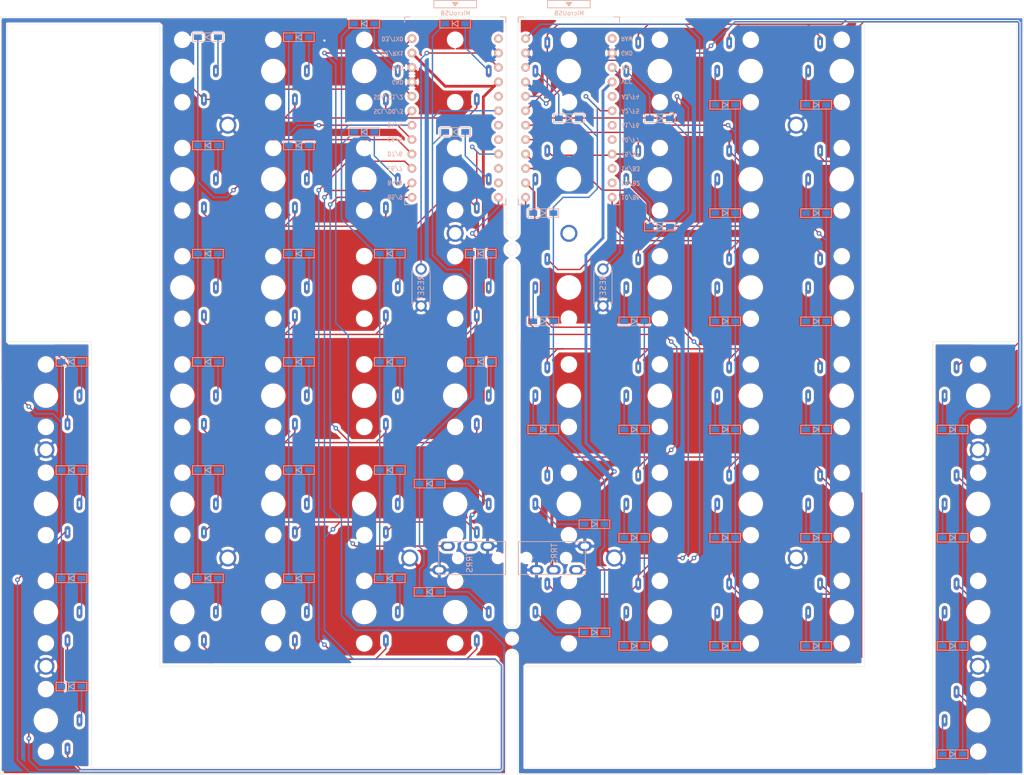
<source format=kicad_pcb>
(kicad_pcb (version 20171130) (host pcbnew 5.1.9+dfsg1-1)
  (layers (0 F.Cu signal) (31 B.Cu signal) (34 B.Paste user) (35 F.Paste user) (36 B.SilkS user) (37 F.SilkS user) (38 B.Mask user) (39 F.Mask user) (44 Edge.Cuts user))
  (net 0 "")
  (net 1 "Net-(D1-Pad2)")
  (net 2 l_row0)
  (net 3 "Net-(D2-Pad2)")
  (net 4 "Net-(D3-Pad2)")
  (net 5 "Net-(D4-Pad2)")
  (net 6 "Net-(D5-Pad2)")
  (net 7 "Net-(D6-Pad2)")
  (net 8 "Net-(D7-Pad2)")
  (net 9 r_row0)
  (net 10 "Net-(D8-Pad2)")
  (net 11 "Net-(D9-Pad2)")
  (net 12 "Net-(D10-Pad2)")
  (net 13 "Net-(D11-Pad2)")
  (net 14 "Net-(D12-Pad2)")
  (net 15 "Net-(D13-Pad2)")
  (net 16 l_row1)
  (net 17 "Net-(D14-Pad2)")
  (net 18 "Net-(D15-Pad2)")
  (net 19 "Net-(D16-Pad2)")
  (net 20 "Net-(D17-Pad2)")
  (net 21 "Net-(D18-Pad2)")
  (net 22 "Net-(D19-Pad2)")
  (net 23 r_row1)
  (net 24 "Net-(D20-Pad2)")
  (net 25 "Net-(D21-Pad2)")
  (net 26 "Net-(D22-Pad2)")
  (net 27 "Net-(D23-Pad2)")
  (net 28 "Net-(D24-Pad2)")
  (net 29 "Net-(D25-Pad2)")
  (net 30 l_row2)
  (net 31 "Net-(D26-Pad2)")
  (net 32 "Net-(D27-Pad2)")
  (net 33 "Net-(D28-Pad2)")
  (net 34 "Net-(D29-Pad2)")
  (net 35 "Net-(D30-Pad2)")
  (net 36 "Net-(D31-Pad2)")
  (net 37 r_row2)
  (net 38 "Net-(D32-Pad2)")
  (net 39 "Net-(D33-Pad2)")
  (net 40 "Net-(D34-Pad2)")
  (net 41 "Net-(D35-Pad2)")
  (net 42 "Net-(D36-Pad2)")
  (net 43 "Net-(D37-Pad2)")
  (net 44 l_row3)
  (net 45 "Net-(D38-Pad2)")
  (net 46 "Net-(D39-Pad2)")
  (net 47 "Net-(D40-Pad2)")
  (net 48 "Net-(D41-Pad2)")
  (net 49 "Net-(D42-Pad2)")
  (net 50 "Net-(D43-Pad2)")
  (net 51 r_row3)
  (net 52 "Net-(D44-Pad2)")
  (net 53 "Net-(D45-Pad2)")
  (net 54 "Net-(D46-Pad2)")
  (net 55 "Net-(D47-Pad2)")
  (net 56 "Net-(D48-Pad2)")
  (net 57 "Net-(D49-Pad2)")
  (net 58 l_row4)
  (net 59 "Net-(D50-Pad2)")
  (net 60 "Net-(D51-Pad2)")
  (net 61 "Net-(D52-Pad2)")
  (net 62 "Net-(D53-Pad2)")
  (net 63 r_row4)
  (net 64 "Net-(D54-Pad2)")
  (net 65 "Net-(D55-Pad2)")
  (net 66 "Net-(D56-Pad2)")
  (net 67 GND)
  (net 68 l_data)
  (net 69 l_VCC)
  (net 70 r_VCC)
  (net 71 r_data)
  (net 72 l_reset)
  (net 73 r_reset)
  (net 74 l_col0)
  (net 75 l_col1)
  (net 76 l_col2)
  (net 77 l_col3)
  (net 78 l_col4)
  (net 79 l_col5)
  (net 80 r_col5)
  (net 81 r_col4)
  (net 82 r_col3)
  (net 83 r_col2)
  (net 84 r_col1)
  (net 85 r_col0)
  (net 86 "Net-(U1-Pad24)")
  (net 87 "Net-(U2-Pad24)")
  (net 88 "Net-(U2-Pad14)")
  (net 89 "Net-(U1-Pad17)")
  (net 90 "Net-(U1-Pad15)")
  (net 91 "Net-(U1-Pad14)")
  (net 92 "Net-(U1-Pad18)")
  (net 93 "Net-(U1-Pad20)")
  (net 94 "Net-(U2-Pad20)")
  (net 95 "Net-(U2-Pad18)")
  (net 96 "Net-(U2-Pad17)")
  (net 97 "Net-(U2-Pad15)")
  (module MountingHole:MountingHole_2.2mm_M2_Pad (layer F.Cu) (at 222 142.8756)
    (fp_text reference REF** hide)
    (fp_text value MountingHole_2.2mm_M2_Pad hide)
    (pad 1 thru_hole circle (at 0 0) (size 3 3) (drill 2.2) (layers *.Cu *.Mask) (net 67 GND))
  )
  (module MountingHole:MountingHole_2.2mm_M2_Pad (layer F.Cu) (at 222 104.77544)
    (fp_text reference REF** hide)
    (fp_text value MountingHole_2.2mm_M2_Pad hide)
    (pad 1 thru_hole circle (at 0 0) (size 3 3) (drill 2.2) (layers *.Cu *.Mask) (net 67 GND))
  )
  (module MountingHole:MountingHole_2.2mm_M2_Pad (layer F.Cu) (at 190 123.82552)
    (fp_text reference REF** hide)
    (fp_text value MountingHole_2.2mm_M2_Pad hide)
    (pad 1 thru_hole circle (at 0 0) (size 3 3) (drill 2.2) (layers *.Cu *.Mask) (net 67 GND))
  )
  (module MountingHole:MountingHole_2.2mm_M2_Pad (layer F.Cu) (at 190 47.6252)
    (fp_text reference REF** hide)
    (fp_text value MountingHole_2.2mm_M2_Pad hide)
    (pad 1 thru_hole circle (at 0 0) (size 3 3) (drill 2.2) (layers *.Cu *.Mask) (net 67 GND))
  )
  (module MountingHole:MountingHole_2.2mm_M2_Pad (layer F.Cu) (at 158 123.82552)
    (fp_text reference REF** hide)
    (fp_text value MountingHole_2.2mm_M2_Pad hide)
    (pad 1 thru_hole circle (at 0 0) (size 3 3) (drill 2.2) (layers *.Cu *.Mask) (net 67 GND))
  )
  (module MountingHole:MountingHole_2.2mm_M2_Pad (layer F.Cu) (at 150 66.67528)
    (fp_text reference REF** hide)
    (fp_text value MountingHole_2.2mm_M2_Pad hide)
    (pad 1 thru_hole circle (at 0 0) (size 3 3) (drill 2.2) (layers *.Cu *.Mask))
  )
  (module MountingHole:MountingHole_2.2mm_M2_Pad (layer F.Cu) (at 122 123.82552)
    (fp_text reference REF** hide)
    (fp_text value MountingHole_2.2mm_M2_Pad hide)
    (pad 1 thru_hole circle (at 0 0) (size 3 3) (drill 2.2) (layers *.Cu *.Mask) (net 67 GND))
  )
  (module MountingHole:MountingHole_2.2mm_M2_Pad (layer F.Cu) (at 130 66.67528)
    (fp_text reference REF** hide)
    (fp_text value MountingHole_2.2mm_M2_Pad hide)
    (pad 1 thru_hole circle (at 0 0) (size 3 3) (drill 2.2) (layers *.Cu *.Mask) (net 67 GND))
  )
  (module MountingHole:MountingHole_2.2mm_M2_Pad (layer F.Cu) (at 90 47.6252)
    (fp_text reference REF** hide)
    (fp_text value MountingHole_2.2mm_M2_Pad hide)
    (pad 1 thru_hole circle (at 0 0) (size 3 3) (drill 2.2) (layers *.Cu *.Mask) (net 67 GND))
  )
  (module MountingHole:MountingHole_2.2mm_M2_Pad (layer F.Cu) (at 90 123.82552)
    (fp_text reference REF** hide)
    (fp_text value MountingHole_2.2mm_M2_Pad hide)
    (pad 1 thru_hole circle (at 0 0) (size 3 3) (drill 2.2) (layers *.Cu *.Mask) (net 67 GND))
  )
  (module MountingHole:MountingHole_2.2mm_M2_Pad (layer F.Cu) (at 58 142.8756)
    (fp_text reference REF** hide)
    (fp_text value MountingHole_2.2mm_M2_Pad hide)
    (pad 1 thru_hole circle (at 0 0) (size 3 3) (drill 2.2) (layers *.Cu *.Mask) (net 67 GND))
  )
  (module MountingHole:MountingHole_2.2mm_M2_Pad (layer F.Cu) (at 58 104.77544)
    (fp_text reference REF** hide)
    (fp_text value MountingHole_2.2mm_M2_Pad hide)
    (pad 1 thru_hole circle (at 0 0) (size 3 3) (drill 2.2) (layers *.Cu *.Mask) (net 67 GND))
  )
  (module kbd:MJ-4PP-9_1side (layer B.Cu) (at 139 123.825 90)
    (fp_text reference J1)
    (fp_text value MJ-4PP-9 hide)
    (fp_text user TRRS (at -0.75 -6.45 270) (layer B.SilkS) (effects (justify mirror)))
    (pad A thru_hole oval (at -2.1 -11.8 90) (size 1.7 2.5) (drill oval 1 1.5) (layers *.Cu F.Mask) (net 67 GND) (clearance 0.15))
    (pad D thru_hole oval (at 2.1 -10.3 90) (size 1.7 2.5) (drill oval 1 1.5) (layers *.Cu F.Mask) (net 68 l_data) (clearance 0.15))
    (pad C thru_hole oval (at 2.1 -6.3 90) (size 1.7 2.5) (drill oval 1 1.5) (layers *.Cu F.Mask) (net 69 l_VCC))
    (pad B thru_hole oval (at 2.1 -3.3 90) (size 1.7 2.5) (drill oval 1 1.5) (layers *.Cu F.Mask) (net 67 GND))
    (pad "" np_thru_hole circle (at 0 -8.5 90) (size 1.2 1.2) (drill 1.2) (layers *.Cu *.Mask))
    (pad "" np_thru_hole circle (at 0 -1.5 90) (size 1.2 1.2) (drill 1.2) (layers *.Cu *.Mask))
  )
  (module kbd:MJ-4PP-9_1side (layer B.Cu) (at 141 123.82552 270)
    (fp_text reference J2)
    (fp_text value MJ-4PP-9 hide)
    (fp_text user TRRS (at -0.75 -6.45 270) (layer B.SilkS) (effects (justify mirror)))
    (pad A thru_hole oval (at -2.1 -11.8 270) (size 1.7 2.5) (drill oval 1 1.5) (layers *.Cu F.Mask) (net 67 GND) (clearance 0.15))
    (pad D thru_hole oval (at 2.1 -10.3 270) (size 1.7 2.5) (drill oval 1 1.5) (layers *.Cu F.Mask) (net 71 r_data) (clearance 0.15))
    (pad C thru_hole oval (at 2.1 -6.3 270) (size 1.7 2.5) (drill oval 1 1.5) (layers *.Cu F.Mask) (net 70 r_VCC))
    (pad B thru_hole oval (at 2.1 -3.3 270) (size 1.7 2.5) (drill oval 1 1.5) (layers *.Cu F.Mask) (net 67 GND))
    (pad "" np_thru_hole circle (at 0 -8.5 270) (size 1.2 1.2) (drill 1.2) (layers *.Cu *.Mask))
    (pad "" np_thru_hole circle (at 0 -1.5 270) (size 1.2 1.2) (drill 1.2) (layers *.Cu *.Mask))
  )
  (module kbd:ResetSW_1side (layer B.Cu) (at 124 76.20032 90)
    (fp_text reference SW1 hide)
    (fp_text value SW_PUSH)
    (fp_text user RESET (at 0 0 270) (layer B.SilkS) (effects (justify mirror)))
    (pad 2 thru_hole circle (at -3.25 0 90) (size 2 2) (drill 1.3) (layers *.Cu F.Mask) (net 67 GND))
    (pad 1 thru_hole circle (at 3.25 0 90) (size 2 2) (drill 1.3) (layers *.Cu F.Mask) (net 72 l_reset))
  )
  (module kbd:ResetSW_1side (layer B.Cu) (at 156 76.20032 270)
    (fp_text reference SW2 hide)
    (fp_text value SW_PUSH)
    (fp_text user RESET (at 0 0 270) (layer B.SilkS) (effects (justify mirror)))
    (pad 1 thru_hole circle (at 3.25 0 270) (size 2 2) (drill 1.3) (layers *.Cu F.Mask) (net 67 GND))
    (pad 2 thru_hole circle (at -3.25 0 270) (size 2 2) (drill 1.3) (layers *.Cu F.Mask) (net 73 r_reset))
  )
  (module kbd:ProMicro_v3.5 (layer B.Cu) (at 130 46.87516 180)
    (fp_text reference U1 hide)
    (fp_text value ProMicro hide)
    (fp_text user "" (at -1.2515 16.256) (layer F.SilkS))
    (fp_text user "" (at -0.545 17.4) (layer B.SilkS) (effects (justify mirror)))
    (fp_text user E6/7 (at 10.605 -8.35 180 unlocked) (layer B.SilkS) (effects (font (size 0.75 0.67) (thickness 0.125)) (justify mirror)))
    (fp_text user D7/6 (at 10.605 -5.8 180 unlocked) (layer B.SilkS) (effects (font (size 0.75 0.67) (thickness 0.125)) (justify mirror)))
    (fp_text user GND (at 10.105 9.3 180 unlocked) (layer B.SilkS) (effects (font (size 0.75 0.67) (thickness 0.125)) (justify mirror)))
    (fp_text user GND (at 10.105 6.85 180 unlocked) (layer B.SilkS) (effects (font (size 0.75 0.67) (thickness 0.125)) (justify mirror)))
    (fp_text user D3/TX0 (at 11.055 14.45 180 unlocked) (layer B.SilkS) (effects (font (size 0.75 0.67) (thickness 0.125)) (justify mirror)))
    (fp_text user D4/4 (at 10.605 -0.7 180 unlocked) (layer B.SilkS) (effects (font (size 0.75 0.67) (thickness 0.125)) (justify mirror)))
    (fp_text user SDA/D1/2 (at 11.755 4.2 180 unlocked) (layer B.SilkS) (effects (font (size 0.75 0.67) (thickness 0.125)) (justify mirror)))
    (fp_text user SCL/D0/3 (at 11.755 1.7 180 unlocked) (layer B.SilkS) (effects (font (size 0.75 0.67) (thickness 0.125)) (justify mirror)))
    (fp_text user C6/5 (at 10.605 -3.25 180 unlocked) (layer B.SilkS) (effects (font (size 0.75 0.67) (thickness 0.125)) (justify mirror)))
    (fp_text user B5/9 (at 10.605 -13.4 180 unlocked) (layer B.SilkS) (effects (font (size 0.75 0.67) (thickness 0.125)) (justify mirror)))
    (fp_text user D2/RX1 (at 11.055 11.9 180 unlocked) (layer B.SilkS) (effects (font (size 0.75 0.67) (thickness 0.125)) (justify mirror)))
    (fp_text user B4/8 (at 10.605 -10.9 180 unlocked) (layer B.SilkS) (effects (font (size 0.75 0.67) (thickness 0.125)) (justify mirror)))
    (fp_text user MicroUSB (at -0.05 18.95) (layer B.SilkS) (effects (font (size 0.75 0.75) (thickness 0.12)) (justify mirror)))
    (pad 24 thru_hole circle (at -7.6086 14.478 180) (size 1.524 1.524) (drill 0.8128) (layers *.Cu B.SilkS F.Mask) (net 86 "Net-(U1-Pad24)"))
    (pad 23 thru_hole circle (at -7.6086 11.938 180) (size 1.524 1.524) (drill 0.8128) (layers *.Cu B.SilkS F.Mask) (net 67 GND))
    (pad 22 thru_hole circle (at -7.6086 9.398 180) (size 1.524 1.524) (drill 0.8128) (layers *.Cu B.SilkS F.Mask) (net 72 l_reset))
    (pad 21 thru_hole circle (at -7.6086 6.858 180) (size 1.524 1.524) (drill 0.8128) (layers *.Cu B.SilkS F.Mask) (net 69 l_VCC))
    (pad 20 thru_hole circle (at -7.6086 4.318 180) (size 1.524 1.524) (drill 0.8128) (layers *.Cu B.SilkS F.Mask) (net 93 "Net-(U1-Pad20)"))
    (pad 19 thru_hole circle (at -7.6086 1.778 180) (size 1.524 1.524) (drill 0.8128) (layers *.Cu B.SilkS F.Mask) (net 2 l_row0))
    (pad 18 thru_hole circle (at -7.6086 -0.762 180) (size 1.524 1.524) (drill 0.8128) (layers *.Cu B.SilkS F.Mask) (net 92 "Net-(U1-Pad18)"))
    (pad 17 thru_hole circle (at -7.6086 -3.302 180) (size 1.524 1.524) (drill 0.8128) (layers *.Cu B.SilkS F.Mask) (net 89 "Net-(U1-Pad17)"))
    (pad 16 thru_hole circle (at -7.6086 -5.842 180) (size 1.524 1.524) (drill 0.8128) (layers *.Cu B.SilkS F.Mask) (net 75 l_col1))
    (pad 15 thru_hole circle (at -7.6086 -8.382 180) (size 1.524 1.524) (drill 0.8128) (layers *.Cu B.SilkS F.Mask) (net 90 "Net-(U1-Pad15)"))
    (pad 14 thru_hole circle (at -7.6086 -10.922 180) (size 1.524 1.524) (drill 0.8128) (layers *.Cu B.SilkS F.Mask) (net 91 "Net-(U1-Pad14)"))
    (pad 13 thru_hole circle (at -7.6086 -13.462 180) (size 1.524 1.524) (drill 0.8128) (layers *.Cu B.SilkS F.Mask) (net 76 l_col2))
    (pad 12 thru_hole circle (at 7.6114 -13.462 180) (size 1.524 1.524) (drill 0.8128) (layers *.Cu B.SilkS F.Mask) (net 77 l_col3))
    (pad 11 thru_hole circle (at 7.6114 -10.922 180) (size 1.524 1.524) (drill 0.8128) (layers *.Cu B.SilkS F.Mask) (net 78 l_col4))
    (pad 10 thru_hole circle (at 7.6114 -8.382 180) (size 1.524 1.524) (drill 0.8128) (layers *.Cu B.SilkS F.Mask) (net 79 l_col5))
    (pad 9 thru_hole circle (at 7.6114 -5.842 180) (size 1.524 1.524) (drill 0.8128) (layers *.Cu B.SilkS F.Mask) (net 44 l_row3))
    (pad 8 thru_hole circle (at 7.6114 -3.302 180) (size 1.524 1.524) (drill 0.8128) (layers *.Cu B.SilkS F.Mask) (net 30 l_row2))
    (pad 7 thru_hole circle (at 7.6114 -0.762 180) (size 1.524 1.524) (drill 0.8128) (layers *.Cu B.SilkS F.Mask) (net 16 l_row1))
    (pad 6 thru_hole circle (at 7.6114 1.778 180) (size 1.524 1.524) (drill 0.8128) (layers *.Cu B.SilkS F.Mask) (net 74 l_col0))
    (pad 5 thru_hole circle (at 7.6114 4.318 180) (size 1.524 1.524) (drill 0.8128) (layers *.Cu B.SilkS F.Mask) (net 58 l_row4))
    (pad 4 thru_hole circle (at 7.6114 6.858 180) (size 1.524 1.524) (drill 0.8128) (layers *.Cu B.SilkS F.Mask) (net 67 GND))
    (pad 3 thru_hole circle (at 7.6114 9.398 180) (size 1.524 1.524) (drill 0.8128) (layers *.Cu B.SilkS F.Mask) (net 67 GND))
    (pad 2 thru_hole circle (at 7.6114 11.938 180) (size 1.524 1.524) (drill 0.8128) (layers *.Cu B.SilkS F.Mask) (net 69 l_VCC))
    (pad 1 thru_hole circle (at 7.6114 14.478 180) (size 1.524 1.524) (drill 0.8128) (layers *.Cu B.SilkS F.Mask) (net 68 l_data))
  )
  (module kbd:ProMicro_v3.5 (layer B.Cu) (at 150 46.87516 180)
    (fp_text reference U2 hide)
    (fp_text value ProMicro hide)
    (fp_text user "" (at -1.2515 16.256) (layer F.SilkS))
    (fp_text user "" (at -0.545 17.4) (layer B.SilkS) (effects (justify mirror)))
    (fp_text user RAW (at -10.195 14.5 180 unlocked) (layer B.SilkS) (effects (font (size 0.75 0.67) (thickness 0.125)) (justify mirror)))
    (fp_text user GND (at -10.195 11.95 180 unlocked) (layer B.SilkS) (effects (font (size 0.75 0.67) (thickness 0.125)) (justify mirror)))
    (fp_text user RST (at -10.195 9.4 180 unlocked) (layer B.SilkS) (effects (font (size 0.75 0.67) (thickness 0.125)) (justify mirror)))
    (fp_text user VCC (at -10.195 6.95 180 unlocked) (layer B.SilkS) (effects (font (size 0.75 0.67) (thickness 0.125)) (justify mirror)))
    (fp_text user A3/F4 (at -10.845 4.25 180 unlocked) (layer B.SilkS) (effects (font (size 0.75 0.67) (thickness 0.125)) (justify mirror)))
    (fp_text user A2/F5 (at -10.845 1.75 180 unlocked) (layer B.SilkS) (effects (font (size 0.75 0.67) (thickness 0.125)) (justify mirror)))
    (fp_text user A1/F6 (at -10.845 -0.75 180 unlocked) (layer B.SilkS) (effects (font (size 0.75 0.67) (thickness 0.125)) (justify mirror)))
    (fp_text user A0/F7 (at -10.845 -3.3 180 unlocked) (layer B.SilkS) (effects (font (size 0.75 0.67) (thickness 0.125)) (justify mirror)))
    (fp_text user 15/B1 (at -10.845 -5.85 180 unlocked) (layer B.SilkS) (effects (font (size 0.75 0.67) (thickness 0.125)) (justify mirror)))
    (fp_text user 14/B3 (at -10.845 -8.4 180 unlocked) (layer B.SilkS) (effects (font (size 0.75 0.67) (thickness 0.125)) (justify mirror)))
    (fp_text user 10/B6 (at -10.845 -13.45 180 unlocked) (layer B.SilkS) (effects (font (size 0.75 0.67) (thickness 0.125)) (justify mirror)))
    (fp_text user 16/B2 (at -10.845 -10.95 180 unlocked) (layer B.SilkS) (effects (font (size 0.75 0.67) (thickness 0.125)) (justify mirror)))
    (fp_text user MicroUSB (at -0.05 18.95) (layer B.SilkS) (effects (font (size 0.75 0.75) (thickness 0.12)) (justify mirror)))
    (pad 24 thru_hole circle (at -7.6086 14.478 180) (size 1.524 1.524) (drill 0.8128) (layers *.Cu B.SilkS F.Mask) (net 87 "Net-(U2-Pad24)"))
    (pad 23 thru_hole circle (at -7.6086 11.938 180) (size 1.524 1.524) (drill 0.8128) (layers *.Cu B.SilkS F.Mask) (net 67 GND))
    (pad 22 thru_hole circle (at -7.6086 9.398 180) (size 1.524 1.524) (drill 0.8128) (layers *.Cu B.SilkS F.Mask) (net 73 r_reset))
    (pad 21 thru_hole circle (at -7.6086 6.858 180) (size 1.524 1.524) (drill 0.8128) (layers *.Cu B.SilkS F.Mask) (net 70 r_VCC))
    (pad 20 thru_hole circle (at -7.6086 4.318 180) (size 1.524 1.524) (drill 0.8128) (layers *.Cu B.SilkS F.Mask) (net 94 "Net-(U2-Pad20)"))
    (pad 19 thru_hole circle (at -7.6086 1.778 180) (size 1.524 1.524) (drill 0.8128) (layers *.Cu B.SilkS F.Mask) (net 9 r_row0))
    (pad 18 thru_hole circle (at -7.6086 -0.762 180) (size 1.524 1.524) (drill 0.8128) (layers *.Cu B.SilkS F.Mask) (net 95 "Net-(U2-Pad18)"))
    (pad 17 thru_hole circle (at -7.6086 -3.302 180) (size 1.524 1.524) (drill 0.8128) (layers *.Cu B.SilkS F.Mask) (net 96 "Net-(U2-Pad17)"))
    (pad 16 thru_hole circle (at -7.6086 -5.842 180) (size 1.524 1.524) (drill 0.8128) (layers *.Cu B.SilkS F.Mask) (net 84 r_col1))
    (pad 15 thru_hole circle (at -7.6086 -8.382 180) (size 1.524 1.524) (drill 0.8128) (layers *.Cu B.SilkS F.Mask) (net 97 "Net-(U2-Pad15)"))
    (pad 14 thru_hole circle (at -7.6086 -10.922 180) (size 1.524 1.524) (drill 0.8128) (layers *.Cu B.SilkS F.Mask) (net 88 "Net-(U2-Pad14)"))
    (pad 13 thru_hole circle (at -7.6086 -13.462 180) (size 1.524 1.524) (drill 0.8128) (layers *.Cu B.SilkS F.Mask) (net 83 r_col2))
    (pad 12 thru_hole circle (at 7.6114 -13.462 180) (size 1.524 1.524) (drill 0.8128) (layers *.Cu B.SilkS F.Mask) (net 82 r_col3))
    (pad 11 thru_hole circle (at 7.6114 -10.922 180) (size 1.524 1.524) (drill 0.8128) (layers *.Cu B.SilkS F.Mask) (net 81 r_col4))
    (pad 10 thru_hole circle (at 7.6114 -8.382 180) (size 1.524 1.524) (drill 0.8128) (layers *.Cu B.SilkS F.Mask) (net 80 r_col5))
    (pad 9 thru_hole circle (at 7.6114 -5.842 180) (size 1.524 1.524) (drill 0.8128) (layers *.Cu B.SilkS F.Mask) (net 51 r_row3))
    (pad 8 thru_hole circle (at 7.6114 -3.302 180) (size 1.524 1.524) (drill 0.8128) (layers *.Cu B.SilkS F.Mask) (net 37 r_row2))
    (pad 7 thru_hole circle (at 7.6114 -0.762 180) (size 1.524 1.524) (drill 0.8128) (layers *.Cu B.SilkS F.Mask) (net 23 r_row1))
    (pad 6 thru_hole circle (at 7.6114 1.778 180) (size 1.524 1.524) (drill 0.8128) (layers *.Cu B.SilkS F.Mask) (net 85 r_col0))
    (pad 5 thru_hole circle (at 7.6114 4.318 180) (size 1.524 1.524) (drill 0.8128) (layers *.Cu B.SilkS F.Mask) (net 63 r_row4))
    (pad 4 thru_hole circle (at 7.6114 6.858 180) (size 1.524 1.524) (drill 0.8128) (layers *.Cu B.SilkS F.Mask) (net 67 GND))
    (pad 3 thru_hole circle (at 7.6114 9.398 180) (size 1.524 1.524) (drill 0.8128) (layers *.Cu B.SilkS F.Mask) (net 67 GND))
    (pad 2 thru_hole circle (at 7.6114 11.938 180) (size 1.524 1.524) (drill 0.8128) (layers *.Cu B.SilkS F.Mask) (net 67 GND))
    (pad 1 thru_hole circle (at 7.6114 14.478 180) (size 1.524 1.524) (drill 0.8128) (layers *.Cu B.SilkS F.Mask) (net 71 r_data))
  )
  (module kbd:D3_SMD_v2 (layer B.Cu) (at 130 29.76575)
    (fp_text reference D1 hide)
    (fp_text value D hide)
    (pad 2 smd rect (at 1.775 0) (size 1.4 1) (layers B.Cu B.Paste B.Mask) (net 1 "Net-(D1-Pad2)"))
    (pad 1 smd rect (at -1.775 0) (size 1.4 1) (layers B.Cu B.Paste B.Mask) (net 2 l_row0))
  )
  (module kbd:D3_SMD_v2 (layer B.Cu) (at 130 48.81583)
    (fp_text reference D2 hide)
    (fp_text value D hide)
    (pad 1 smd rect (at -1.775 0) (size 1.4 1) (layers B.Cu B.Paste B.Mask) (net 2 l_row0))
    (pad 2 smd rect (at 1.775 0) (size 1.4 1) (layers B.Cu B.Paste B.Mask) (net 3 "Net-(D2-Pad2)"))
  )
  (module kbd:D3_SMD_v2 (layer B.Cu) (at 134.5 70.246875)
    (fp_text reference D3 hide)
    (fp_text value D hide)
    (pad 2 smd rect (at 1.775 0) (size 1.4 1) (layers B.Cu B.Paste B.Mask) (net 4 "Net-(D3-Pad2)"))
    (pad 1 smd rect (at -1.775 0) (size 1.4 1) (layers B.Cu B.Paste B.Mask) (net 2 l_row0))
  )
  (module kbd:D3_SMD_v2 (layer B.Cu) (at 134.5 89.296875)
    (fp_text reference D4 hide)
    (fp_text value D hide)
    (pad 1 smd rect (at -1.775 0) (size 1.4 1) (layers B.Cu B.Paste B.Mask) (net 2 l_row0))
    (pad 2 smd rect (at 1.775 0) (size 1.4 1) (layers B.Cu B.Paste B.Mask) (net 5 "Net-(D4-Pad2)"))
  )
  (module kbd:D3_SMD_v2 (layer B.Cu) (at 125.5 110.72859)
    (fp_text reference D5 hide)
    (fp_text value D hide)
    (pad 2 smd rect (at 1.775 0) (size 1.4 1) (layers B.Cu B.Paste B.Mask) (net 6 "Net-(D5-Pad2)"))
    (pad 1 smd rect (at -1.775 0) (size 1.4 1) (layers B.Cu B.Paste B.Mask) (net 2 l_row0))
  )
  (module kbd:D3_SMD_v2 (layer B.Cu) (at 125.5 129.77867)
    (fp_text reference D6 hide)
    (fp_text value D hide)
    (pad 1 smd rect (at -1.775 0) (size 1.4 1) (layers B.Cu B.Paste B.Mask) (net 2 l_row0))
    (pad 2 smd rect (at 1.775 0) (size 1.4 1) (layers B.Cu B.Paste B.Mask) (net 7 "Net-(D6-Pad2)"))
  )
  (module kbd:D3_SMD_v2 (layer B.Cu) (at 154.5 136.92245 180)
    (fp_text reference D7 hide)
    (fp_text value D hide)
    (pad 2 smd rect (at 1.775 0 180) (size 1.4 1) (layers B.Cu B.Paste B.Mask) (net 8 "Net-(D7-Pad2)"))
    (pad 1 smd rect (at -1.775 0 180) (size 1.4 1) (layers B.Cu B.Paste B.Mask) (net 9 r_row0))
  )
  (module kbd:D3_SMD_v2 (layer B.Cu) (at 154.5 117.87237 180)
    (fp_text reference D8 hide)
    (fp_text value D hide)
    (pad 1 smd rect (at -1.775 0 180) (size 1.4 1) (layers B.Cu B.Paste B.Mask) (net 9 r_row0))
    (pad 2 smd rect (at 1.775 0 180) (size 1.4 1) (layers B.Cu B.Paste B.Mask) (net 10 "Net-(D8-Pad2)"))
  )
  (module kbd:D3_SMD_v2 (layer B.Cu) (at 145.5 101.20355 180)
    (fp_text reference D9 hide)
    (fp_text value D hide)
    (pad 2 smd rect (at 1.775 0 180) (size 1.4 1) (layers B.Cu B.Paste B.Mask) (net 11 "Net-(D9-Pad2)"))
    (pad 1 smd rect (at -1.775 0 180) (size 1.4 1) (layers B.Cu B.Paste B.Mask) (net 9 r_row0))
  )
  (module kbd:D3_SMD_v2 (layer B.Cu) (at 145.5 82.15347 180)
    (fp_text reference D10 hide)
    (fp_text value D hide)
    (pad 1 smd rect (at -1.775 0 180) (size 1.4 1) (layers B.Cu B.Paste B.Mask) (net 9 r_row0))
    (pad 2 smd rect (at 1.775 0 180) (size 1.4 1) (layers B.Cu B.Paste B.Mask) (net 12 "Net-(D10-Pad2)"))
  )
  (module kbd:D3_SMD_v2 (layer B.Cu) (at 145.5 63.103125 180)
    (fp_text reference D11 hide)
    (fp_text value D hide)
    (pad 1 smd rect (at -1.775 0 180) (size 1.4 1) (layers B.Cu B.Paste B.Mask) (net 9 r_row0))
    (pad 2 smd rect (at 1.775 0 180) (size 1.4 1) (layers B.Cu B.Paste B.Mask) (net 13 "Net-(D11-Pad2)"))
  )
  (module kbd:D3_SMD_v2 (layer B.Cu) (at 150 46.43457 180)
    (fp_text reference D12 hide)
    (fp_text value D hide)
    (pad 1 smd rect (at -1.775 0 180) (size 1.4 1) (layers B.Cu B.Paste B.Mask) (net 9 r_row0))
    (pad 2 smd rect (at 1.775 0 180) (size 1.4 1) (layers B.Cu B.Paste B.Mask) (net 14 "Net-(D12-Pad2)"))
  )
  (module kbd:D3_SMD_v2 (layer B.Cu) (at 114 29.76575)
    (fp_text reference D13 hide)
    (fp_text value D hide)
    (pad 2 smd rect (at 1.775 0) (size 1.4 1) (layers B.Cu B.Paste B.Mask) (net 15 "Net-(D13-Pad2)"))
    (pad 1 smd rect (at -1.775 0) (size 1.4 1) (layers B.Cu B.Paste B.Mask) (net 16 l_row1))
  )
  (module kbd:D3_SMD_v2 (layer B.Cu) (at 114 48.81583)
    (fp_text reference D14 hide)
    (fp_text value D hide)
    (pad 1 smd rect (at -1.775 0) (size 1.4 1) (layers B.Cu B.Paste B.Mask) (net 16 l_row1))
    (pad 2 smd rect (at 1.775 0) (size 1.4 1) (layers B.Cu B.Paste B.Mask) (net 17 "Net-(D14-Pad2)"))
  )
  (module kbd:D3_SMD_v2 (layer B.Cu) (at 118.5 70.246875)
    (fp_text reference D15 hide)
    (fp_text value D hide)
    (pad 1 smd rect (at -1.775 0) (size 1.4 1) (layers B.Cu B.Paste B.Mask) (net 16 l_row1))
    (pad 2 smd rect (at 1.775 0) (size 1.4 1) (layers B.Cu B.Paste B.Mask) (net 18 "Net-(D15-Pad2)"))
  )
  (module kbd:D3_SMD_v2 (layer B.Cu) (at 118.5 89.296875)
    (fp_text reference D16 hide)
    (fp_text value D hide)
    (pad 1 smd rect (at -1.775 0) (size 1.4 1) (layers B.Cu B.Paste B.Mask) (net 16 l_row1))
    (pad 2 smd rect (at 1.775 0) (size 1.4 1) (layers B.Cu B.Paste B.Mask) (net 19 "Net-(D16-Pad2)"))
  )
  (module kbd:D3_SMD_v2 (layer B.Cu) (at 118.5 108.346875)
    (fp_text reference D17 hide)
    (fp_text value D hide)
    (pad 2 smd rect (at 1.775 0) (size 1.4 1) (layers B.Cu B.Paste B.Mask) (net 20 "Net-(D17-Pad2)"))
    (pad 1 smd rect (at -1.775 0) (size 1.4 1) (layers B.Cu B.Paste B.Mask) (net 16 l_row1))
  )
  (module kbd:D3_SMD_v2 (layer B.Cu) (at 118.5 127.396875)
    (fp_text reference D18 hide)
    (fp_text value D hide)
    (pad 1 smd rect (at -1.775 0) (size 1.4 1) (layers B.Cu B.Paste B.Mask) (net 16 l_row1))
    (pad 2 smd rect (at 1.775 0) (size 1.4 1) (layers B.Cu B.Paste B.Mask) (net 21 "Net-(D18-Pad2)"))
  )
  (module kbd:D3_SMD_v2 (layer B.Cu) (at 161.5 139.30371 180)
    (fp_text reference D19 hide)
    (fp_text value D hide)
    (pad 2 smd rect (at 1.775 0 180) (size 1.4 1) (layers B.Cu B.Paste B.Mask) (net 22 "Net-(D19-Pad2)"))
    (pad 1 smd rect (at -1.775 0 180) (size 1.4 1) (layers B.Cu B.Paste B.Mask) (net 23 r_row1))
  )
  (module kbd:D3_SMD_v2 (layer B.Cu) (at 161.5 120.25363 180)
    (fp_text reference D20 hide)
    (fp_text value D hide)
    (pad 1 smd rect (at -1.775 0 180) (size 1.4 1) (layers B.Cu B.Paste B.Mask) (net 23 r_row1))
    (pad 2 smd rect (at 1.775 0 180) (size 1.4 1) (layers B.Cu B.Paste B.Mask) (net 24 "Net-(D20-Pad2)"))
  )
  (module kbd:D3_SMD_v2 (layer B.Cu) (at 161.5 101.20355 180)
    (fp_text reference D21 hide)
    (fp_text value D hide)
    (pad 2 smd rect (at 1.775 0 180) (size 1.4 1) (layers B.Cu B.Paste B.Mask) (net 25 "Net-(D21-Pad2)"))
    (pad 1 smd rect (at -1.775 0 180) (size 1.4 1) (layers B.Cu B.Paste B.Mask) (net 23 r_row1))
  )
  (module kbd:D3_SMD_v2 (layer B.Cu) (at 161.5 82.15347 180)
    (fp_text reference D22 hide)
    (fp_text value D hide)
    (pad 1 smd rect (at -1.775 0 180) (size 1.4 1) (layers B.Cu B.Paste B.Mask) (net 23 r_row1))
    (pad 2 smd rect (at 1.775 0 180) (size 1.4 1) (layers B.Cu B.Paste B.Mask) (net 26 "Net-(D22-Pad2)"))
  )
  (module kbd:D3_SMD_v2 (layer B.Cu) (at 166 65.48465 180)
    (fp_text reference D23 hide)
    (fp_text value D hide)
    (pad 2 smd rect (at 1.775 0 180) (size 1.4 1) (layers B.Cu B.Paste B.Mask) (net 27 "Net-(D23-Pad2)"))
    (pad 1 smd rect (at -1.775 0 180) (size 1.4 1) (layers B.Cu B.Paste B.Mask) (net 23 r_row1))
  )
  (module kbd:D3_SMD_v2 (layer B.Cu) (at 166 46.43457 180)
    (fp_text reference D24 hide)
    (fp_text value D hide)
    (pad 1 smd rect (at -1.775 0 180) (size 1.4 1) (layers B.Cu B.Paste B.Mask) (net 23 r_row1))
    (pad 2 smd rect (at 1.775 0 180) (size 1.4 1) (layers B.Cu B.Paste B.Mask) (net 28 "Net-(D24-Pad2)"))
  )
  (module kbd:D3_SMD_v2 (layer B.Cu) (at 102.5 32.146875)
    (fp_text reference D25 hide)
    (fp_text value D hide)
    (pad 2 smd rect (at 1.775 0) (size 1.4 1) (layers B.Cu B.Paste B.Mask) (net 29 "Net-(D25-Pad2)"))
    (pad 1 smd rect (at -1.775 0) (size 1.4 1) (layers B.Cu B.Paste B.Mask) (net 30 l_row2))
  )
  (module kbd:D3_SMD_v2 (layer B.Cu) (at 102.5 51.196875)
    (fp_text reference D26 hide)
    (fp_text value D hide)
    (pad 1 smd rect (at -1.775 0) (size 1.4 1) (layers B.Cu B.Paste B.Mask) (net 30 l_row2))
    (pad 2 smd rect (at 1.775 0) (size 1.4 1) (layers B.Cu B.Paste B.Mask) (net 31 "Net-(D26-Pad2)"))
  )
  (module kbd:D3_SMD_v2 (layer B.Cu) (at 102.5 70.246875)
    (fp_text reference D27 hide)
    (fp_text value D hide)
    (pad 2 smd rect (at 1.775 0) (size 1.4 1) (layers B.Cu B.Paste B.Mask) (net 32 "Net-(D27-Pad2)"))
    (pad 1 smd rect (at -1.775 0) (size 1.4 1) (layers B.Cu B.Paste B.Mask) (net 30 l_row2))
  )
  (module kbd:D3_SMD_v2 (layer B.Cu) (at 102.5 89.296875)
    (fp_text reference D28 hide)
    (fp_text value D hide)
    (pad 1 smd rect (at -1.775 0) (size 1.4 1) (layers B.Cu B.Paste B.Mask) (net 30 l_row2))
    (pad 2 smd rect (at 1.775 0) (size 1.4 1) (layers B.Cu B.Paste B.Mask) (net 33 "Net-(D28-Pad2)"))
  )
  (module kbd:D3_SMD_v2 (layer B.Cu) (at 102.5 108.346875)
    (fp_text reference D29 hide)
    (fp_text value D hide)
    (pad 2 smd rect (at 1.775 0) (size 1.4 1) (layers B.Cu B.Paste B.Mask) (net 34 "Net-(D29-Pad2)"))
    (pad 1 smd rect (at -1.775 0) (size 1.4 1) (layers B.Cu B.Paste B.Mask) (net 30 l_row2))
  )
  (module kbd:D3_SMD_v2 (layer B.Cu) (at 102.5 127.396875)
    (fp_text reference D30 hide)
    (fp_text value D hide)
    (pad 2 smd rect (at 1.775 0) (size 1.4 1) (layers B.Cu B.Paste B.Mask) (net 35 "Net-(D30-Pad2)"))
    (pad 1 smd rect (at -1.775 0) (size 1.4 1) (layers B.Cu B.Paste B.Mask) (net 30 l_row2))
  )
  (module kbd:D3_SMD_v2 (layer B.Cu) (at 177.5 139.30371 180)
    (fp_text reference D31 hide)
    (fp_text value D hide)
    (pad 2 smd rect (at 1.775 0 180) (size 1.4 1) (layers B.Cu B.Paste B.Mask) (net 36 "Net-(D31-Pad2)"))
    (pad 1 smd rect (at -1.775 0 180) (size 1.4 1) (layers B.Cu B.Paste B.Mask) (net 37 r_row2))
  )
  (module kbd:D3_SMD_v2 (layer B.Cu) (at 177.5 120.25363 180)
    (fp_text reference D32 hide)
    (fp_text value D hide)
    (pad 2 smd rect (at 1.775 0 180) (size 1.4 1) (layers B.Cu B.Paste B.Mask) (net 38 "Net-(D32-Pad2)"))
    (pad 1 smd rect (at -1.775 0 180) (size 1.4 1) (layers B.Cu B.Paste B.Mask) (net 37 r_row2))
  )
  (module kbd:D3_SMD_v2 (layer B.Cu) (at 177.5 101.20355 180)
    (fp_text reference D33 hide)
    (fp_text value D hide)
    (pad 1 smd rect (at -1.775 0 180) (size 1.4 1) (layers B.Cu B.Paste B.Mask) (net 37 r_row2))
    (pad 2 smd rect (at 1.775 0 180) (size 1.4 1) (layers B.Cu B.Paste B.Mask) (net 39 "Net-(D33-Pad2)"))
  )
  (module kbd:D3_SMD_v2 (layer B.Cu) (at 177.5 82.15347 180)
    (fp_text reference D34 hide)
    (fp_text value D hide)
    (pad 2 smd rect (at 1.775 0 180) (size 1.4 1) (layers B.Cu B.Paste B.Mask) (net 40 "Net-(D34-Pad2)"))
    (pad 1 smd rect (at -1.775 0 180) (size 1.4 1) (layers B.Cu B.Paste B.Mask) (net 37 r_row2))
  )
  (module kbd:D3_SMD_v2 (layer B.Cu) (at 177.5 63.10339 180)
    (fp_text reference D35 hide)
    (fp_text value D hide)
    (pad 2 smd rect (at 1.775 0 180) (size 1.4 1) (layers B.Cu B.Paste B.Mask) (net 41 "Net-(D35-Pad2)"))
    (pad 1 smd rect (at -1.775 0 180) (size 1.4 1) (layers B.Cu B.Paste B.Mask) (net 37 r_row2))
  )
  (module kbd:D3_SMD_v2 (layer B.Cu) (at 177.5 44.05331 180)
    (fp_text reference D36 hide)
    (fp_text value D hide)
    (pad 1 smd rect (at -1.775 0 180) (size 1.4 1) (layers B.Cu B.Paste B.Mask) (net 37 r_row2))
    (pad 2 smd rect (at 1.775 0 180) (size 1.4 1) (layers B.Cu B.Paste B.Mask) (net 42 "Net-(D36-Pad2)"))
  )
  (module kbd:D3_SMD_v2 (layer B.Cu) (at 86.5 32.146875)
    (fp_text reference D37 hide)
    (fp_text value D hide)
    (pad 1 smd rect (at -1.775 0) (size 1.4 1) (layers B.Cu B.Paste B.Mask) (net 44 l_row3))
    (pad 2 smd rect (at 1.775 0) (size 1.4 1) (layers B.Cu B.Paste B.Mask) (net 43 "Net-(D37-Pad2)"))
  )
  (module kbd:D3_SMD_v2 (layer B.Cu) (at 86.5 51.196875)
    (fp_text reference D38 hide)
    (fp_text value D hide)
    (pad 1 smd rect (at -1.775 0) (size 1.4 1) (layers B.Cu B.Paste B.Mask) (net 44 l_row3))
    (pad 2 smd rect (at 1.775 0) (size 1.4 1) (layers B.Cu B.Paste B.Mask) (net 45 "Net-(D38-Pad2)"))
  )
  (module kbd:D3_SMD_v2 (layer B.Cu) (at 86.5 70.246875)
    (fp_text reference D39 hide)
    (fp_text value D hide)
    (pad 2 smd rect (at 1.775 0) (size 1.4 1) (layers B.Cu B.Paste B.Mask) (net 46 "Net-(D39-Pad2)"))
    (pad 1 smd rect (at -1.775 0) (size 1.4 1) (layers B.Cu B.Paste B.Mask) (net 44 l_row3))
  )
  (module kbd:D3_SMD_v2 (layer B.Cu) (at 86.5 89.296875)
    (fp_text reference D40 hide)
    (fp_text value D hide)
    (pad 1 smd rect (at -1.775 0) (size 1.4 1) (layers B.Cu B.Paste B.Mask) (net 44 l_row3))
    (pad 2 smd rect (at 1.775 0) (size 1.4 1) (layers B.Cu B.Paste B.Mask) (net 47 "Net-(D40-Pad2)"))
  )
  (module kbd:D3_SMD_v2 (layer B.Cu) (at 86.5 108.346875)
    (fp_text reference D41 hide)
    (fp_text value D hide)
    (pad 2 smd rect (at 1.775 0) (size 1.4 1) (layers B.Cu B.Paste B.Mask) (net 48 "Net-(D41-Pad2)"))
    (pad 1 smd rect (at -1.775 0) (size 1.4 1) (layers B.Cu B.Paste B.Mask) (net 44 l_row3))
  )
  (module kbd:D3_SMD_v2 (layer B.Cu) (at 86.5 127.396875)
    (fp_text reference D42 hide)
    (fp_text value D hide)
    (pad 1 smd rect (at -1.775 0) (size 1.4 1) (layers B.Cu B.Paste B.Mask) (net 44 l_row3))
    (pad 2 smd rect (at 1.775 0) (size 1.4 1) (layers B.Cu B.Paste B.Mask) (net 49 "Net-(D42-Pad2)"))
  )
  (module kbd:D3_SMD_v2 (layer B.Cu) (at 193.5 139.30371 180)
    (fp_text reference D43 hide)
    (fp_text value D hide)
    (pad 2 smd rect (at 1.775 0 180) (size 1.4 1) (layers B.Cu B.Paste B.Mask) (net 50 "Net-(D43-Pad2)"))
    (pad 1 smd rect (at -1.775 0 180) (size 1.4 1) (layers B.Cu B.Paste B.Mask) (net 51 r_row3))
  )
  (module kbd:D3_SMD_v2 (layer B.Cu) (at 193.5 120.25363 180)
    (fp_text reference D44 hide)
    (fp_text value D hide)
    (pad 1 smd rect (at -1.775 0 180) (size 1.4 1) (layers B.Cu B.Paste B.Mask) (net 51 r_row3))
    (pad 2 smd rect (at 1.775 0 180) (size 1.4 1) (layers B.Cu B.Paste B.Mask) (net 52 "Net-(D44-Pad2)"))
  )
  (module kbd:D3_SMD_v2 (layer B.Cu) (at 193.5 101.20355 180)
    (fp_text reference D45 hide)
    (fp_text value D hide)
    (pad 2 smd rect (at 1.775 0 180) (size 1.4 1) (layers B.Cu B.Paste B.Mask) (net 53 "Net-(D45-Pad2)"))
    (pad 1 smd rect (at -1.775 0 180) (size 1.4 1) (layers B.Cu B.Paste B.Mask) (net 51 r_row3))
  )
  (module kbd:D3_SMD_v2 (layer B.Cu) (at 193.5 82.15347 180)
    (fp_text reference D46 hide)
    (fp_text value D hide)
    (pad 1 smd rect (at -1.775 0 180) (size 1.4 1) (layers B.Cu B.Paste B.Mask) (net 51 r_row3))
    (pad 2 smd rect (at 1.775 0 180) (size 1.4 1) (layers B.Cu B.Paste B.Mask) (net 54 "Net-(D46-Pad2)"))
  )
  (module kbd:D3_SMD_v2 (layer B.Cu) (at 193.5 63.10339 180)
    (fp_text reference D47 hide)
    (fp_text value D hide)
    (pad 2 smd rect (at 1.775 0 180) (size 1.4 1) (layers B.Cu B.Paste B.Mask) (net 55 "Net-(D47-Pad2)"))
    (pad 1 smd rect (at -1.775 0 180) (size 1.4 1) (layers B.Cu B.Paste B.Mask) (net 51 r_row3))
  )
  (module kbd:D3_SMD_v2 (layer B.Cu) (at 193.5 44.05331 180)
    (fp_text reference D48 hide)
    (fp_text value D hide)
    (pad 1 smd rect (at -1.775 0 180) (size 1.4 1) (layers B.Cu B.Paste B.Mask) (net 51 r_row3))
    (pad 2 smd rect (at 1.775 0 180) (size 1.4 1) (layers B.Cu B.Paste B.Mask) (net 56 "Net-(D48-Pad2)"))
  )
  (module kbd:D3_SMD_v2 (layer B.Cu) (at 62.5 89.296875)
    (fp_text reference D49 hide)
    (fp_text value D hide)
    (pad 1 smd rect (at -1.775 0) (size 1.4 1) (layers B.Cu B.Paste B.Mask) (net 58 l_row4))
    (pad 2 smd rect (at 1.775 0) (size 1.4 1) (layers B.Cu B.Paste B.Mask) (net 57 "Net-(D49-Pad2)"))
  )
  (module kbd:D3_SMD_v2 (layer B.Cu) (at 62.5 108.346875)
    (fp_text reference D50 hide)
    (fp_text value D hide)
    (pad 1 smd rect (at -1.775 0) (size 1.4 1) (layers B.Cu B.Paste B.Mask) (net 58 l_row4))
    (pad 2 smd rect (at 1.775 0) (size 1.4 1) (layers B.Cu B.Paste B.Mask) (net 59 "Net-(D50-Pad2)"))
  )
  (module kbd:D3_SMD_v2 (layer B.Cu) (at 62.5 127.396875)
    (fp_text reference D51 hide)
    (fp_text value D hide)
    (pad 2 smd rect (at 1.775 0) (size 1.4 1) (layers B.Cu B.Paste B.Mask) (net 60 "Net-(D51-Pad2)"))
    (pad 1 smd rect (at -1.775 0) (size 1.4 1) (layers B.Cu B.Paste B.Mask) (net 58 l_row4))
  )
  (module kbd:D3_SMD_v2 (layer B.Cu) (at 62.5 146.446875)
    (fp_text reference D52 hide)
    (fp_text value D hide)
    (pad 1 smd rect (at -1.775 0) (size 1.4 1) (layers B.Cu B.Paste B.Mask) (net 58 l_row4))
    (pad 2 smd rect (at 1.775 0) (size 1.4 1) (layers B.Cu B.Paste B.Mask) (net 61 "Net-(D52-Pad2)"))
  )
  (module kbd:D3_SMD_v2 (layer B.Cu) (at 217.5 139.303125 180)
    (fp_text reference D53 hide)
    (fp_text value D hide)
    (pad 1 smd rect (at -1.775 0 180) (size 1.4 1) (layers B.Cu B.Paste B.Mask) (net 63 r_row4))
    (pad 2 smd rect (at 1.775 0 180) (size 1.4 1) (layers B.Cu B.Paste B.Mask) (net 62 "Net-(D53-Pad2)"))
  )
  (module kbd:D3_SMD_v2 (layer B.Cu) (at 217.5 158.353125 180)
    (fp_text reference D54 hide)
    (fp_text value D hide)
    (pad 1 smd rect (at -1.775 0 180) (size 1.4 1) (layers B.Cu B.Paste B.Mask) (net 63 r_row4))
    (pad 2 smd rect (at 1.775 0 180) (size 1.4 1) (layers B.Cu B.Paste B.Mask) (net 64 "Net-(D54-Pad2)"))
  )
  (module kbd:D3_SMD_v2 (layer B.Cu) (at 217.5 101.203125 180)
    (fp_text reference D55 hide)
    (fp_text value D hide)
    (pad 2 smd rect (at 1.775 0 180) (size 1.4 1) (layers B.Cu B.Paste B.Mask) (net 65 "Net-(D55-Pad2)"))
    (pad 1 smd rect (at -1.775 0 180) (size 1.4 1) (layers B.Cu B.Paste B.Mask) (net 63 r_row4))
  )
  (module kbd:D3_SMD_v2 (layer B.Cu) (at 217.5 120.253125 180)
    (fp_text reference D56 hide)
    (fp_text value D hide)
    (pad 1 smd rect (at -1.775 0 180) (size 1.4 1) (layers B.Cu B.Paste B.Mask) (net 63 r_row4))
    (pad 2 smd rect (at 1.775 0 180) (size 1.4 1) (layers B.Cu B.Paste B.Mask) (net 66 "Net-(D56-Pad2)"))
  )
  (module not_enough_compositions:choc_v1 (layer F.Cu) (at 130 38.1 270)
    (fp_text reference SW3 hide)
    (fp_text value SW_PUSH hide)
    (pad "" np_thru_hole circle (at 5.5 0 270) (size 1.9 1.9) (drill 1.9) (layers *.Cu *.Mask))
    (pad "" np_thru_hole circle (at 0 0 270) (size 3.3 3.3) (drill 3.3) (layers *.Cu *.Mask))
    (pad "" np_thru_hole circle (at -5.5 0 270) (size 1.9 1.9) (drill 1.9) (layers *.Cu *.Mask))
    (pad 2 thru_hole oval (at 0 -5.9 270) (size 2.2 1) (drill oval 1 0.3) (layers *.Cu B.Mask) (net 1 "Net-(D1-Pad2)"))
    (pad 1 thru_hole oval (at 5 -3.8 270) (size 2.2 1) (drill oval 1 0.3) (layers *.Cu B.Mask) (net 74 l_col0))
  )
  (module not_enough_compositions:choc_v1 (layer F.Cu) (at 130 57.15 270)
    (fp_text reference SW4 hide)
    (fp_text value SW_PUSH hide)
    (pad 1 thru_hole oval (at 5 -3.8 270) (size 2.2 1) (drill oval 1 0.3) (layers *.Cu B.Mask) (net 75 l_col1))
    (pad 2 thru_hole oval (at 0 -5.9 270) (size 2.2 1) (drill oval 1 0.3) (layers *.Cu B.Mask) (net 3 "Net-(D2-Pad2)"))
    (pad "" np_thru_hole circle (at -5.5 0 270) (size 1.9 1.9) (drill 1.9) (layers *.Cu *.Mask))
    (pad "" np_thru_hole circle (at 0 0 270) (size 3.3 3.3) (drill 3.3) (layers *.Cu *.Mask))
    (pad "" np_thru_hole circle (at 5.5 0 270) (size 1.9 1.9) (drill 1.9) (layers *.Cu *.Mask))
  )
  (module not_enough_compositions:choc_v1 (layer F.Cu) (at 130 76.2 270)
    (fp_text reference SW5 hide)
    (fp_text value SW_PUSH hide)
    (pad "" np_thru_hole circle (at 5.5 0 270) (size 1.9 1.9) (drill 1.9) (layers *.Cu *.Mask))
    (pad "" np_thru_hole circle (at 0 0 270) (size 3.3 3.3) (drill 3.3) (layers *.Cu *.Mask))
    (pad "" np_thru_hole circle (at -5.5 0 270) (size 1.9 1.9) (drill 1.9) (layers *.Cu *.Mask))
    (pad 2 thru_hole oval (at 0 -5.9 270) (size 2.2 1) (drill oval 1 0.3) (layers *.Cu B.Mask) (net 4 "Net-(D3-Pad2)"))
    (pad 1 thru_hole oval (at 5 -3.8 270) (size 2.2 1) (drill oval 1 0.3) (layers *.Cu B.Mask) (net 76 l_col2))
  )
  (module not_enough_compositions:choc_v1 (layer F.Cu) (at 130 95.25 270)
    (fp_text reference SW6 hide)
    (fp_text value SW_PUSH hide)
    (pad 1 thru_hole oval (at 5 -3.8 270) (size 2.2 1) (drill oval 1 0.3) (layers *.Cu B.Mask) (net 77 l_col3))
    (pad 2 thru_hole oval (at 0 -5.9 270) (size 2.2 1) (drill oval 1 0.3) (layers *.Cu B.Mask) (net 5 "Net-(D4-Pad2)"))
    (pad "" np_thru_hole circle (at -5.5 0 270) (size 1.9 1.9) (drill 1.9) (layers *.Cu *.Mask))
    (pad "" np_thru_hole circle (at 0 0 270) (size 3.3 3.3) (drill 3.3) (layers *.Cu *.Mask))
    (pad "" np_thru_hole circle (at 5.5 0 270) (size 1.9 1.9) (drill 1.9) (layers *.Cu *.Mask))
  )
  (module not_enough_compositions:choc_v1 (layer F.Cu) (at 130 114.3 270)
    (fp_text reference SW7 hide)
    (fp_text value SW_PUSH hide)
    (pad 1 thru_hole oval (at 5 -3.8 270) (size 2.2 1) (drill oval 1 0.3) (layers *.Cu B.Mask) (net 78 l_col4))
    (pad 2 thru_hole oval (at 0 -5.9 270) (size 2.2 1) (drill oval 1 0.3) (layers *.Cu B.Mask) (net 6 "Net-(D5-Pad2)"))
    (pad "" np_thru_hole circle (at -5.5 0 270) (size 1.9 1.9) (drill 1.9) (layers *.Cu *.Mask))
    (pad "" np_thru_hole circle (at 0 0 270) (size 3.3 3.3) (drill 3.3) (layers *.Cu *.Mask))
    (pad "" np_thru_hole circle (at 5.5 0 270) (size 1.9 1.9) (drill 1.9) (layers *.Cu *.Mask))
  )
  (module not_enough_compositions:choc_v1 (layer F.Cu) (at 130 133.35 270)
    (fp_text reference SW8 hide)
    (fp_text value SW_PUSH hide)
    (pad "" np_thru_hole circle (at 5.5 0 270) (size 1.9 1.9) (drill 1.9) (layers *.Cu *.Mask))
    (pad "" np_thru_hole circle (at 0 0 270) (size 3.3 3.3) (drill 3.3) (layers *.Cu *.Mask))
    (pad "" np_thru_hole circle (at -5.5 0 270) (size 1.9 1.9) (drill 1.9) (layers *.Cu *.Mask))
    (pad 2 thru_hole oval (at 0 -5.9 270) (size 2.2 1) (drill oval 1 0.3) (layers *.Cu B.Mask) (net 7 "Net-(D6-Pad2)"))
    (pad 1 thru_hole oval (at 5 -3.8 270) (size 2.2 1) (drill oval 1 0.3) (layers *.Cu B.Mask) (net 79 l_col5))
  )
  (module not_enough_compositions:choc_v1 (layer F.Cu) (at 150 133.35056 90)
    (fp_text reference SW9 hide)
    (fp_text value SW_PUSH hide)
    (pad 1 thru_hole oval (at 5 -3.8 90) (size 2.2 1) (drill oval 1 0.3) (layers *.Cu B.Mask) (net 80 r_col5))
    (pad 2 thru_hole oval (at 0 -5.9 90) (size 2.2 1) (drill oval 1 0.3) (layers *.Cu B.Mask) (net 8 "Net-(D7-Pad2)"))
    (pad "" np_thru_hole circle (at -5.5 0 90) (size 1.9 1.9) (drill 1.9) (layers *.Cu *.Mask))
    (pad "" np_thru_hole circle (at 0 0 90) (size 3.3 3.3) (drill 3.3) (layers *.Cu *.Mask))
    (pad "" np_thru_hole circle (at 5.5 0 90) (size 1.9 1.9) (drill 1.9) (layers *.Cu *.Mask))
  )
  (module not_enough_compositions:choc_v1 (layer F.Cu) (at 150 114.30048 90)
    (fp_text reference SW10 hide)
    (fp_text value SW_PUSH hide)
    (pad "" np_thru_hole circle (at 5.5 0 90) (size 1.9 1.9) (drill 1.9) (layers *.Cu *.Mask))
    (pad "" np_thru_hole circle (at 0 0 90) (size 3.3 3.3) (drill 3.3) (layers *.Cu *.Mask))
    (pad "" np_thru_hole circle (at -5.5 0 90) (size 1.9 1.9) (drill 1.9) (layers *.Cu *.Mask))
    (pad 2 thru_hole oval (at 0 -5.9 90) (size 2.2 1) (drill oval 1 0.3) (layers *.Cu B.Mask) (net 10 "Net-(D8-Pad2)"))
    (pad 1 thru_hole oval (at 5 -3.8 90) (size 2.2 1) (drill oval 1 0.3) (layers *.Cu B.Mask) (net 81 r_col4))
  )
  (module not_enough_compositions:choc_v1 (layer F.Cu) (at 150 95.2504 90)
    (fp_text reference SW11 hide)
    (fp_text value SW_PUSH hide)
    (pad 1 thru_hole oval (at 5 -3.8 90) (size 2.2 1) (drill oval 1 0.3) (layers *.Cu B.Mask) (net 82 r_col3))
    (pad 2 thru_hole oval (at 0 -5.9 90) (size 2.2 1) (drill oval 1 0.3) (layers *.Cu B.Mask) (net 11 "Net-(D9-Pad2)"))
    (pad "" np_thru_hole circle (at -5.5 0 90) (size 1.9 1.9) (drill 1.9) (layers *.Cu *.Mask))
    (pad "" np_thru_hole circle (at 0 0 90) (size 3.3 3.3) (drill 3.3) (layers *.Cu *.Mask))
    (pad "" np_thru_hole circle (at 5.5 0 90) (size 1.9 1.9) (drill 1.9) (layers *.Cu *.Mask))
  )
  (module not_enough_compositions:choc_v1 (layer F.Cu) (at 150 76.20032 90)
    (fp_text reference SW12 hide)
    (fp_text value SW_PUSH hide)
    (pad "" np_thru_hole circle (at 5.5 0 90) (size 1.9 1.9) (drill 1.9) (layers *.Cu *.Mask))
    (pad "" np_thru_hole circle (at 0 0 90) (size 3.3 3.3) (drill 3.3) (layers *.Cu *.Mask))
    (pad "" np_thru_hole circle (at -5.5 0 90) (size 1.9 1.9) (drill 1.9) (layers *.Cu *.Mask))
    (pad 2 thru_hole oval (at 0 -5.9 90) (size 2.2 1) (drill oval 1 0.3) (layers *.Cu B.Mask) (net 12 "Net-(D10-Pad2)"))
    (pad 1 thru_hole oval (at 5 -3.8 90) (size 2.2 1) (drill oval 1 0.3) (layers *.Cu B.Mask) (net 83 r_col2))
  )
  (module not_enough_compositions:choc_v1 (layer F.Cu) (at 150 57.15024 90)
    (fp_text reference SW13 hide)
    (fp_text value SW_PUSH hide)
    (pad 1 thru_hole oval (at 5 -3.8 90) (size 2.2 1) (drill oval 1 0.3) (layers *.Cu B.Mask) (net 84 r_col1))
    (pad 2 thru_hole oval (at 0 -5.9 90) (size 2.2 1) (drill oval 1 0.3) (layers *.Cu B.Mask) (net 13 "Net-(D11-Pad2)"))
    (pad "" np_thru_hole circle (at -5.5 0 90) (size 1.9 1.9) (drill 1.9) (layers *.Cu *.Mask))
    (pad "" np_thru_hole circle (at 0 0 90) (size 3.3 3.3) (drill 3.3) (layers *.Cu *.Mask))
    (pad "" np_thru_hole circle (at 5.5 0 90) (size 1.9 1.9) (drill 1.9) (layers *.Cu *.Mask))
  )
  (module not_enough_compositions:choc_v1 (layer F.Cu) (at 150 38.10016 90)
    (fp_text reference SW14 hide)
    (fp_text value SW_PUSH hide)
    (pad "" np_thru_hole circle (at 5.5 0 90) (size 1.9 1.9) (drill 1.9) (layers *.Cu *.Mask))
    (pad "" np_thru_hole circle (at 0 0 90) (size 3.3 3.3) (drill 3.3) (layers *.Cu *.Mask))
    (pad "" np_thru_hole circle (at -5.5 0 90) (size 1.9 1.9) (drill 1.9) (layers *.Cu *.Mask))
    (pad 2 thru_hole oval (at 0 -5.9 90) (size 2.2 1) (drill oval 1 0.3) (layers *.Cu B.Mask) (net 14 "Net-(D12-Pad2)"))
    (pad 1 thru_hole oval (at 5 -3.8 90) (size 2.2 1) (drill oval 1 0.3) (layers *.Cu B.Mask) (net 85 r_col0))
  )
  (module not_enough_compositions:choc_v1 (layer F.Cu) (at 114 38.1 270)
    (fp_text reference SW15 hide)
    (fp_text value SW_PUSH hide)
    (pad 1 thru_hole oval (at 5 -3.8 270) (size 2.2 1) (drill oval 1 0.3) (layers *.Cu B.Mask) (net 74 l_col0))
    (pad 2 thru_hole oval (at 0 -5.9 270) (size 2.2 1) (drill oval 1 0.3) (layers *.Cu B.Mask) (net 15 "Net-(D13-Pad2)"))
    (pad "" np_thru_hole circle (at -5.5 0 270) (size 1.9 1.9) (drill 1.9) (layers *.Cu *.Mask))
    (pad "" np_thru_hole circle (at 0 0 270) (size 3.3 3.3) (drill 3.3) (layers *.Cu *.Mask))
    (pad "" np_thru_hole circle (at 5.5 0 270) (size 1.9 1.9) (drill 1.9) (layers *.Cu *.Mask))
  )
  (module not_enough_compositions:choc_v1 (layer F.Cu) (at 114 57.15 270)
    (fp_text reference SW16 hide)
    (fp_text value SW_PUSH hide)
    (pad 1 thru_hole oval (at 5 -3.8 270) (size 2.2 1) (drill oval 1 0.3) (layers *.Cu B.Mask) (net 75 l_col1))
    (pad 2 thru_hole oval (at 0 -5.9 270) (size 2.2 1) (drill oval 1 0.3) (layers *.Cu B.Mask) (net 17 "Net-(D14-Pad2)"))
    (pad "" np_thru_hole circle (at -5.5 0 270) (size 1.9 1.9) (drill 1.9) (layers *.Cu *.Mask))
    (pad "" np_thru_hole circle (at 0 0 270) (size 3.3 3.3) (drill 3.3) (layers *.Cu *.Mask))
    (pad "" np_thru_hole circle (at 5.5 0 270) (size 1.9 1.9) (drill 1.9) (layers *.Cu *.Mask))
  )
  (module not_enough_compositions:choc_v1 (layer F.Cu) (at 114 76.2 270)
    (fp_text reference SW17 hide)
    (fp_text value SW_PUSH hide)
    (pad "" np_thru_hole circle (at 5.5 0 270) (size 1.9 1.9) (drill 1.9) (layers *.Cu *.Mask))
    (pad "" np_thru_hole circle (at 0 0 270) (size 3.3 3.3) (drill 3.3) (layers *.Cu *.Mask))
    (pad "" np_thru_hole circle (at -5.5 0 270) (size 1.9 1.9) (drill 1.9) (layers *.Cu *.Mask))
    (pad 2 thru_hole oval (at 0 -5.9 270) (size 2.2 1) (drill oval 1 0.3) (layers *.Cu B.Mask) (net 18 "Net-(D15-Pad2)"))
    (pad 1 thru_hole oval (at 5 -3.8 270) (size 2.2 1) (drill oval 1 0.3) (layers *.Cu B.Mask) (net 76 l_col2))
  )
  (module not_enough_compositions:choc_v1 (layer F.Cu) (at 114 95.25 270)
    (fp_text reference SW18 hide)
    (fp_text value SW_PUSH hide)
    (pad "" np_thru_hole circle (at 5.5 0 270) (size 1.9 1.9) (drill 1.9) (layers *.Cu *.Mask))
    (pad "" np_thru_hole circle (at 0 0 270) (size 3.3 3.3) (drill 3.3) (layers *.Cu *.Mask))
    (pad "" np_thru_hole circle (at -5.5 0 270) (size 1.9 1.9) (drill 1.9) (layers *.Cu *.Mask))
    (pad 2 thru_hole oval (at 0 -5.9 270) (size 2.2 1) (drill oval 1 0.3) (layers *.Cu B.Mask) (net 19 "Net-(D16-Pad2)"))
    (pad 1 thru_hole oval (at 5 -3.8 270) (size 2.2 1) (drill oval 1 0.3) (layers *.Cu B.Mask) (net 77 l_col3))
  )
  (module not_enough_compositions:choc_v1 (layer F.Cu) (at 114 114.3 270)
    (fp_text reference SW19 hide)
    (fp_text value SW_PUSH hide)
    (pad 1 thru_hole oval (at 5 -3.8 270) (size 2.2 1) (drill oval 1 0.3) (layers *.Cu B.Mask) (net 78 l_col4))
    (pad 2 thru_hole oval (at 0 -5.9 270) (size 2.2 1) (drill oval 1 0.3) (layers *.Cu B.Mask) (net 20 "Net-(D17-Pad2)"))
    (pad "" np_thru_hole circle (at -5.5 0 270) (size 1.9 1.9) (drill 1.9) (layers *.Cu *.Mask))
    (pad "" np_thru_hole circle (at 0 0 270) (size 3.3 3.3) (drill 3.3) (layers *.Cu *.Mask))
    (pad "" np_thru_hole circle (at 5.5 0 270) (size 1.9 1.9) (drill 1.9) (layers *.Cu *.Mask))
  )
  (module not_enough_compositions:choc_v1 (layer F.Cu) (at 114 133.35 270)
    (fp_text reference SW20 hide)
    (fp_text value SW_PUSH hide)
    (pad "" np_thru_hole circle (at 5.5 0 270) (size 1.9 1.9) (drill 1.9) (layers *.Cu *.Mask))
    (pad "" np_thru_hole circle (at 0 0 270) (size 3.3 3.3) (drill 3.3) (layers *.Cu *.Mask))
    (pad "" np_thru_hole circle (at -5.5 0 270) (size 1.9 1.9) (drill 1.9) (layers *.Cu *.Mask))
    (pad 2 thru_hole oval (at 0 -5.9 270) (size 2.2 1) (drill oval 1 0.3) (layers *.Cu B.Mask) (net 21 "Net-(D18-Pad2)"))
    (pad 1 thru_hole oval (at 5 -3.8 270) (size 2.2 1) (drill oval 1 0.3) (layers *.Cu B.Mask) (net 79 l_col5))
  )
  (module not_enough_compositions:choc_v1 (layer F.Cu) (at 166 133.35056 90)
    (fp_text reference SW21 hide)
    (fp_text value SW_PUSH hide)
    (pad 1 thru_hole oval (at 5 -3.8 90) (size 2.2 1) (drill oval 1 0.3) (layers *.Cu B.Mask) (net 80 r_col5))
    (pad 2 thru_hole oval (at 0 -5.9 90) (size 2.2 1) (drill oval 1 0.3) (layers *.Cu B.Mask) (net 22 "Net-(D19-Pad2)"))
    (pad "" np_thru_hole circle (at -5.5 0 90) (size 1.9 1.9) (drill 1.9) (layers *.Cu *.Mask))
    (pad "" np_thru_hole circle (at 0 0 90) (size 3.3 3.3) (drill 3.3) (layers *.Cu *.Mask))
    (pad "" np_thru_hole circle (at 5.5 0 90) (size 1.9 1.9) (drill 1.9) (layers *.Cu *.Mask))
  )
  (module not_enough_compositions:choc_v1 (layer F.Cu) (at 166 114.30048 90)
    (fp_text reference SW22 hide)
    (fp_text value SW_PUSH hide)
    (pad "" np_thru_hole circle (at 5.5 0 90) (size 1.9 1.9) (drill 1.9) (layers *.Cu *.Mask))
    (pad "" np_thru_hole circle (at 0 0 90) (size 3.3 3.3) (drill 3.3) (layers *.Cu *.Mask))
    (pad "" np_thru_hole circle (at -5.5 0 90) (size 1.9 1.9) (drill 1.9) (layers *.Cu *.Mask))
    (pad 2 thru_hole oval (at 0 -5.9 90) (size 2.2 1) (drill oval 1 0.3) (layers *.Cu B.Mask) (net 24 "Net-(D20-Pad2)"))
    (pad 1 thru_hole oval (at 5 -3.8 90) (size 2.2 1) (drill oval 1 0.3) (layers *.Cu B.Mask) (net 81 r_col4))
  )
  (module not_enough_compositions:choc_v1 (layer F.Cu) (at 166 95.2504 90)
    (fp_text reference SW23 hide)
    (fp_text value SW_PUSH hide)
    (pad 1 thru_hole oval (at 5 -3.8 90) (size 2.2 1) (drill oval 1 0.3) (layers *.Cu B.Mask) (net 82 r_col3))
    (pad 2 thru_hole oval (at 0 -5.9 90) (size 2.2 1) (drill oval 1 0.3) (layers *.Cu B.Mask) (net 25 "Net-(D21-Pad2)"))
    (pad "" np_thru_hole circle (at -5.5 0 90) (size 1.9 1.9) (drill 1.9) (layers *.Cu *.Mask))
    (pad "" np_thru_hole circle (at 0 0 90) (size 3.3 3.3) (drill 3.3) (layers *.Cu *.Mask))
    (pad "" np_thru_hole circle (at 5.5 0 90) (size 1.9 1.9) (drill 1.9) (layers *.Cu *.Mask))
  )
  (module not_enough_compositions:choc_v1 (layer F.Cu) (at 166 76.20032 90)
    (fp_text reference SW24 hide)
    (fp_text value SW_PUSH hide)
    (pad "" np_thru_hole circle (at 5.5 0 90) (size 1.9 1.9) (drill 1.9) (layers *.Cu *.Mask))
    (pad "" np_thru_hole circle (at 0 0 90) (size 3.3 3.3) (drill 3.3) (layers *.Cu *.Mask))
    (pad "" np_thru_hole circle (at -5.5 0 90) (size 1.9 1.9) (drill 1.9) (layers *.Cu *.Mask))
    (pad 2 thru_hole oval (at 0 -5.9 90) (size 2.2 1) (drill oval 1 0.3) (layers *.Cu B.Mask) (net 26 "Net-(D22-Pad2)"))
    (pad 1 thru_hole oval (at 5 -3.8 90) (size 2.2 1) (drill oval 1 0.3) (layers *.Cu B.Mask) (net 83 r_col2))
  )
  (module not_enough_compositions:choc_v1 (layer F.Cu) (at 166 57.15024 90)
    (fp_text reference SW25 hide)
    (fp_text value SW_PUSH hide)
    (pad 1 thru_hole oval (at 5 -3.8 90) (size 2.2 1) (drill oval 1 0.3) (layers *.Cu B.Mask) (net 84 r_col1))
    (pad 2 thru_hole oval (at 0 -5.9 90) (size 2.2 1) (drill oval 1 0.3) (layers *.Cu B.Mask) (net 27 "Net-(D23-Pad2)"))
    (pad "" np_thru_hole circle (at -5.5 0 90) (size 1.9 1.9) (drill 1.9) (layers *.Cu *.Mask))
    (pad "" np_thru_hole circle (at 0 0 90) (size 3.3 3.3) (drill 3.3) (layers *.Cu *.Mask))
    (pad "" np_thru_hole circle (at 5.5 0 90) (size 1.9 1.9) (drill 1.9) (layers *.Cu *.Mask))
  )
  (module not_enough_compositions:choc_v1 (layer F.Cu) (at 166 38.10016 90)
    (fp_text reference SW26 hide)
    (fp_text value SW_PUSH hide)
    (pad "" np_thru_hole circle (at 5.5 0 90) (size 1.9 1.9) (drill 1.9) (layers *.Cu *.Mask))
    (pad "" np_thru_hole circle (at 0 0 90) (size 3.3 3.3) (drill 3.3) (layers *.Cu *.Mask))
    (pad "" np_thru_hole circle (at -5.5 0 90) (size 1.9 1.9) (drill 1.9) (layers *.Cu *.Mask))
    (pad 2 thru_hole oval (at 0 -5.9 90) (size 2.2 1) (drill oval 1 0.3) (layers *.Cu B.Mask) (net 28 "Net-(D24-Pad2)"))
    (pad 1 thru_hole oval (at 5 -3.8 90) (size 2.2 1) (drill oval 1 0.3) (layers *.Cu B.Mask) (net 85 r_col0))
  )
  (module not_enough_compositions:choc_v1 (layer F.Cu) (at 98 38.1 270)
    (fp_text reference SW27 hide)
    (fp_text value SW_PUSH hide)
    (pad 1 thru_hole oval (at 5 -3.8 270) (size 2.2 1) (drill oval 1 0.3) (layers *.Cu B.Mask) (net 74 l_col0))
    (pad 2 thru_hole oval (at 0 -5.9 270) (size 2.2 1) (drill oval 1 0.3) (layers *.Cu B.Mask) (net 29 "Net-(D25-Pad2)"))
    (pad "" np_thru_hole circle (at -5.5 0 270) (size 1.9 1.9) (drill 1.9) (layers *.Cu *.Mask))
    (pad "" np_thru_hole circle (at 0 0 270) (size 3.3 3.3) (drill 3.3) (layers *.Cu *.Mask))
    (pad "" np_thru_hole circle (at 5.5 0 270) (size 1.9 1.9) (drill 1.9) (layers *.Cu *.Mask))
  )
  (module not_enough_compositions:choc_v1 (layer F.Cu) (at 98 57.15 270)
    (fp_text reference SW28 hide)
    (fp_text value SW_PUSH hide)
    (pad "" np_thru_hole circle (at 5.5 0 270) (size 1.9 1.9) (drill 1.9) (layers *.Cu *.Mask))
    (pad "" np_thru_hole circle (at 0 0 270) (size 3.3 3.3) (drill 3.3) (layers *.Cu *.Mask))
    (pad "" np_thru_hole circle (at -5.5 0 270) (size 1.9 1.9) (drill 1.9) (layers *.Cu *.Mask))
    (pad 2 thru_hole oval (at 0 -5.9 270) (size 2.2 1) (drill oval 1 0.3) (layers *.Cu B.Mask) (net 31 "Net-(D26-Pad2)"))
    (pad 1 thru_hole oval (at 5 -3.8 270) (size 2.2 1) (drill oval 1 0.3) (layers *.Cu B.Mask) (net 75 l_col1))
  )
  (module not_enough_compositions:choc_v1 (layer F.Cu) (at 98 76.2 270)
    (fp_text reference SW29 hide)
    (fp_text value SW_PUSH hide)
    (pad 1 thru_hole oval (at 5 -3.8 270) (size 2.2 1) (drill oval 1 0.3) (layers *.Cu B.Mask) (net 76 l_col2))
    (pad 2 thru_hole oval (at 0 -5.9 270) (size 2.2 1) (drill oval 1 0.3) (layers *.Cu B.Mask) (net 32 "Net-(D27-Pad2)"))
    (pad "" np_thru_hole circle (at -5.5 0 270) (size 1.9 1.9) (drill 1.9) (layers *.Cu *.Mask))
    (pad "" np_thru_hole circle (at 0 0 270) (size 3.3 3.3) (drill 3.3) (layers *.Cu *.Mask))
    (pad "" np_thru_hole circle (at 5.5 0 270) (size 1.9 1.9) (drill 1.9) (layers *.Cu *.Mask))
  )
  (module not_enough_compositions:choc_v1 (layer F.Cu) (at 98 95.25 270)
    (fp_text reference SW30 hide)
    (fp_text value SW_PUSH hide)
    (pad "" np_thru_hole circle (at 5.5 0 270) (size 1.9 1.9) (drill 1.9) (layers *.Cu *.Mask))
    (pad "" np_thru_hole circle (at 0 0 270) (size 3.3 3.3) (drill 3.3) (layers *.Cu *.Mask))
    (pad "" np_thru_hole circle (at -5.5 0 270) (size 1.9 1.9) (drill 1.9) (layers *.Cu *.Mask))
    (pad 2 thru_hole oval (at 0 -5.9 270) (size 2.2 1) (drill oval 1 0.3) (layers *.Cu B.Mask) (net 33 "Net-(D28-Pad2)"))
    (pad 1 thru_hole oval (at 5 -3.8 270) (size 2.2 1) (drill oval 1 0.3) (layers *.Cu B.Mask) (net 77 l_col3))
  )
  (module not_enough_compositions:choc_v1 (layer F.Cu) (at 98 114.3 270)
    (fp_text reference SW31 hide)
    (fp_text value SW_PUSH hide)
    (pad 1 thru_hole oval (at 5 -3.8 270) (size 2.2 1) (drill oval 1 0.3) (layers *.Cu B.Mask) (net 78 l_col4))
    (pad 2 thru_hole oval (at 0 -5.9 270) (size 2.2 1) (drill oval 1 0.3) (layers *.Cu B.Mask) (net 34 "Net-(D29-Pad2)"))
    (pad "" np_thru_hole circle (at -5.5 0 270) (size 1.9 1.9) (drill 1.9) (layers *.Cu *.Mask))
    (pad "" np_thru_hole circle (at 0 0 270) (size 3.3 3.3) (drill 3.3) (layers *.Cu *.Mask))
    (pad "" np_thru_hole circle (at 5.5 0 270) (size 1.9 1.9) (drill 1.9) (layers *.Cu *.Mask))
  )
  (module not_enough_compositions:choc_v1 (layer F.Cu) (at 98 133.35 270)
    (fp_text reference SW32 hide)
    (fp_text value SW_PUSH hide)
    (pad "" np_thru_hole circle (at 5.5 0 270) (size 1.9 1.9) (drill 1.9) (layers *.Cu *.Mask))
    (pad "" np_thru_hole circle (at 0 0 270) (size 3.3 3.3) (drill 3.3) (layers *.Cu *.Mask))
    (pad "" np_thru_hole circle (at -5.5 0 270) (size 1.9 1.9) (drill 1.9) (layers *.Cu *.Mask))
    (pad 2 thru_hole oval (at 0 -5.9 270) (size 2.2 1) (drill oval 1 0.3) (layers *.Cu B.Mask) (net 35 "Net-(D30-Pad2)"))
    (pad 1 thru_hole oval (at 5 -3.8 270) (size 2.2 1) (drill oval 1 0.3) (layers *.Cu B.Mask) (net 79 l_col5))
  )
  (module not_enough_compositions:choc_v1 (layer F.Cu) (at 182 133.35056 90)
    (fp_text reference SW33 hide)
    (fp_text value SW_PUSH hide)
    (pad 1 thru_hole oval (at 5 -3.8 90) (size 2.2 1) (drill oval 1 0.3) (layers *.Cu B.Mask) (net 80 r_col5))
    (pad 2 thru_hole oval (at 0 -5.9 90) (size 2.2 1) (drill oval 1 0.3) (layers *.Cu B.Mask) (net 36 "Net-(D31-Pad2)"))
    (pad "" np_thru_hole circle (at -5.5 0 90) (size 1.9 1.9) (drill 1.9) (layers *.Cu *.Mask))
    (pad "" np_thru_hole circle (at 0 0 90) (size 3.3 3.3) (drill 3.3) (layers *.Cu *.Mask))
    (pad "" np_thru_hole circle (at 5.5 0 90) (size 1.9 1.9) (drill 1.9) (layers *.Cu *.Mask))
  )
  (module not_enough_compositions:choc_v1 (layer F.Cu) (at 182 114.30048 90)
    (fp_text reference SW34 hide)
    (fp_text value SW_PUSH hide)
    (pad "" np_thru_hole circle (at 5.5 0 90) (size 1.9 1.9) (drill 1.9) (layers *.Cu *.Mask))
    (pad "" np_thru_hole circle (at 0 0 90) (size 3.3 3.3) (drill 3.3) (layers *.Cu *.Mask))
    (pad "" np_thru_hole circle (at -5.5 0 90) (size 1.9 1.9) (drill 1.9) (layers *.Cu *.Mask))
    (pad 2 thru_hole oval (at 0 -5.9 90) (size 2.2 1) (drill oval 1 0.3) (layers *.Cu B.Mask) (net 38 "Net-(D32-Pad2)"))
    (pad 1 thru_hole oval (at 5 -3.8 90) (size 2.2 1) (drill oval 1 0.3) (layers *.Cu B.Mask) (net 81 r_col4))
  )
  (module not_enough_compositions:choc_v1 (layer F.Cu) (at 182 95.2504 90)
    (fp_text reference SW35 hide)
    (fp_text value SW_PUSH hide)
    (pad 1 thru_hole oval (at 5 -3.8 90) (size 2.2 1) (drill oval 1 0.3) (layers *.Cu B.Mask) (net 82 r_col3))
    (pad 2 thru_hole oval (at 0 -5.9 90) (size 2.2 1) (drill oval 1 0.3) (layers *.Cu B.Mask) (net 39 "Net-(D33-Pad2)"))
    (pad "" np_thru_hole circle (at -5.5 0 90) (size 1.9 1.9) (drill 1.9) (layers *.Cu *.Mask))
    (pad "" np_thru_hole circle (at 0 0 90) (size 3.3 3.3) (drill 3.3) (layers *.Cu *.Mask))
    (pad "" np_thru_hole circle (at 5.5 0 90) (size 1.9 1.9) (drill 1.9) (layers *.Cu *.Mask))
  )
  (module not_enough_compositions:choc_v1 (layer F.Cu) (at 182 76.20032 90)
    (fp_text reference SW36 hide)
    (fp_text value SW_PUSH hide)
    (pad "" np_thru_hole circle (at 5.5 0 90) (size 1.9 1.9) (drill 1.9) (layers *.Cu *.Mask))
    (pad "" np_thru_hole circle (at 0 0 90) (size 3.3 3.3) (drill 3.3) (layers *.Cu *.Mask))
    (pad "" np_thru_hole circle (at -5.5 0 90) (size 1.9 1.9) (drill 1.9) (layers *.Cu *.Mask))
    (pad 2 thru_hole oval (at 0 -5.9 90) (size 2.2 1) (drill oval 1 0.3) (layers *.Cu B.Mask) (net 40 "Net-(D34-Pad2)"))
    (pad 1 thru_hole oval (at 5 -3.8 90) (size 2.2 1) (drill oval 1 0.3) (layers *.Cu B.Mask) (net 83 r_col2))
  )
  (module not_enough_compositions:choc_v1 (layer F.Cu) (at 182 57.15024 90)
    (fp_text reference SW37 hide)
    (fp_text value SW_PUSH hide)
    (pad 1 thru_hole oval (at 5 -3.8 90) (size 2.2 1) (drill oval 1 0.3) (layers *.Cu B.Mask) (net 84 r_col1))
    (pad 2 thru_hole oval (at 0 -5.9 90) (size 2.2 1) (drill oval 1 0.3) (layers *.Cu B.Mask) (net 41 "Net-(D35-Pad2)"))
    (pad "" np_thru_hole circle (at -5.5 0 90) (size 1.9 1.9) (drill 1.9) (layers *.Cu *.Mask))
    (pad "" np_thru_hole circle (at 0 0 90) (size 3.3 3.3) (drill 3.3) (layers *.Cu *.Mask))
    (pad "" np_thru_hole circle (at 5.5 0 90) (size 1.9 1.9) (drill 1.9) (layers *.Cu *.Mask))
  )
  (module not_enough_compositions:choc_v1 (layer F.Cu) (at 182 38.10016 90)
    (fp_text reference SW38 hide)
    (fp_text value SW_PUSH hide)
    (pad "" np_thru_hole circle (at 5.5 0 90) (size 1.9 1.9) (drill 1.9) (layers *.Cu *.Mask))
    (pad "" np_thru_hole circle (at 0 0 90) (size 3.3 3.3) (drill 3.3) (layers *.Cu *.Mask))
    (pad "" np_thru_hole circle (at -5.5 0 90) (size 1.9 1.9) (drill 1.9) (layers *.Cu *.Mask))
    (pad 2 thru_hole oval (at 0 -5.9 90) (size 2.2 1) (drill oval 1 0.3) (layers *.Cu B.Mask) (net 42 "Net-(D36-Pad2)"))
    (pad 1 thru_hole oval (at 5 -3.8 90) (size 2.2 1) (drill oval 1 0.3) (layers *.Cu B.Mask) (net 85 r_col0))
  )
  (module not_enough_compositions:choc_v1 (layer F.Cu) (at 82 38.1 270)
    (fp_text reference SW39 hide)
    (fp_text value SW_PUSH hide)
    (pad "" np_thru_hole circle (at 5.5 0 270) (size 1.9 1.9) (drill 1.9) (layers *.Cu *.Mask))
    (pad "" np_thru_hole circle (at 0 0 270) (size 3.3 3.3) (drill 3.3) (layers *.Cu *.Mask))
    (pad "" np_thru_hole circle (at -5.5 0 270) (size 1.9 1.9) (drill 1.9) (layers *.Cu *.Mask))
    (pad 2 thru_hole oval (at 0 -5.9 270) (size 2.2 1) (drill oval 1 0.3) (layers *.Cu B.Mask) (net 43 "Net-(D37-Pad2)"))
    (pad 1 thru_hole oval (at 5 -3.8 270) (size 2.2 1) (drill oval 1 0.3) (layers *.Cu B.Mask) (net 74 l_col0))
  )
  (module not_enough_compositions:choc_v1 (layer F.Cu) (at 82 57.15 270)
    (fp_text reference SW40 hide)
    (fp_text value SW_PUSH hide)
    (pad 1 thru_hole oval (at 5 -3.8 270) (size 2.2 1) (drill oval 1 0.3) (layers *.Cu B.Mask) (net 75 l_col1))
    (pad 2 thru_hole oval (at 0 -5.9 270) (size 2.2 1) (drill oval 1 0.3) (layers *.Cu B.Mask) (net 45 "Net-(D38-Pad2)"))
    (pad "" np_thru_hole circle (at -5.5 0 270) (size 1.9 1.9) (drill 1.9) (layers *.Cu *.Mask))
    (pad "" np_thru_hole circle (at 0 0 270) (size 3.3 3.3) (drill 3.3) (layers *.Cu *.Mask))
    (pad "" np_thru_hole circle (at 5.5 0 270) (size 1.9 1.9) (drill 1.9) (layers *.Cu *.Mask))
  )
  (module not_enough_compositions:choc_v1 (layer F.Cu) (at 82 76.2 270)
    (fp_text reference SW41 hide)
    (fp_text value SW_PUSH hide)
    (pad "" np_thru_hole circle (at 5.5 0 270) (size 1.9 1.9) (drill 1.9) (layers *.Cu *.Mask))
    (pad "" np_thru_hole circle (at 0 0 270) (size 3.3 3.3) (drill 3.3) (layers *.Cu *.Mask))
    (pad "" np_thru_hole circle (at -5.5 0 270) (size 1.9 1.9) (drill 1.9) (layers *.Cu *.Mask))
    (pad 2 thru_hole oval (at 0 -5.9 270) (size 2.2 1) (drill oval 1 0.3) (layers *.Cu B.Mask) (net 46 "Net-(D39-Pad2)"))
    (pad 1 thru_hole oval (at 5 -3.8 270) (size 2.2 1) (drill oval 1 0.3) (layers *.Cu B.Mask) (net 76 l_col2))
  )
  (module not_enough_compositions:choc_v1 (layer F.Cu) (at 82 95.25 270)
    (fp_text reference SW42 hide)
    (fp_text value SW_PUSH hide)
    (pad 1 thru_hole oval (at 5 -3.8 270) (size 2.2 1) (drill oval 1 0.3) (layers *.Cu B.Mask) (net 77 l_col3))
    (pad 2 thru_hole oval (at 0 -5.9 270) (size 2.2 1) (drill oval 1 0.3) (layers *.Cu B.Mask) (net 47 "Net-(D40-Pad2)"))
    (pad "" np_thru_hole circle (at -5.5 0 270) (size 1.9 1.9) (drill 1.9) (layers *.Cu *.Mask))
    (pad "" np_thru_hole circle (at 0 0 270) (size 3.3 3.3) (drill 3.3) (layers *.Cu *.Mask))
    (pad "" np_thru_hole circle (at 5.5 0 270) (size 1.9 1.9) (drill 1.9) (layers *.Cu *.Mask))
  )
  (module not_enough_compositions:choc_v1 (layer F.Cu) (at 82 114.3 270)
    (fp_text reference SW43 hide)
    (fp_text value SW_PUSH hide)
    (pad "" np_thru_hole circle (at 5.5 0 270) (size 1.9 1.9) (drill 1.9) (layers *.Cu *.Mask))
    (pad "" np_thru_hole circle (at 0 0 270) (size 3.3 3.3) (drill 3.3) (layers *.Cu *.Mask))
    (pad "" np_thru_hole circle (at -5.5 0 270) (size 1.9 1.9) (drill 1.9) (layers *.Cu *.Mask))
    (pad 2 thru_hole oval (at 0 -5.9 270) (size 2.2 1) (drill oval 1 0.3) (layers *.Cu B.Mask) (net 48 "Net-(D41-Pad2)"))
    (pad 1 thru_hole oval (at 5 -3.8 270) (size 2.2 1) (drill oval 1 0.3) (layers *.Cu B.Mask) (net 78 l_col4))
  )
  (module not_enough_compositions:choc_v1 (layer F.Cu) (at 82 133.35 270)
    (fp_text reference SW44 hide)
    (fp_text value SW_PUSH hide)
    (pad 1 thru_hole oval (at 5 -3.8 270) (size 2.2 1) (drill oval 1 0.3) (layers *.Cu B.Mask) (net 79 l_col5))
    (pad 2 thru_hole oval (at 0 -5.9 270) (size 2.2 1) (drill oval 1 0.3) (layers *.Cu B.Mask) (net 49 "Net-(D42-Pad2)"))
    (pad "" np_thru_hole circle (at -5.5 0 270) (size 1.9 1.9) (drill 1.9) (layers *.Cu *.Mask))
    (pad "" np_thru_hole circle (at 0 0 270) (size 3.3 3.3) (drill 3.3) (layers *.Cu *.Mask))
    (pad "" np_thru_hole circle (at 5.5 0 270) (size 1.9 1.9) (drill 1.9) (layers *.Cu *.Mask))
  )
  (module not_enough_compositions:choc_v1 (layer F.Cu) (at 198 133.35056 90)
    (fp_text reference SW45 hide)
    (fp_text value SW_PUSH hide)
    (pad "" np_thru_hole circle (at 5.5 0 90) (size 1.9 1.9) (drill 1.9) (layers *.Cu *.Mask))
    (pad "" np_thru_hole circle (at 0 0 90) (size 3.3 3.3) (drill 3.3) (layers *.Cu *.Mask))
    (pad "" np_thru_hole circle (at -5.5 0 90) (size 1.9 1.9) (drill 1.9) (layers *.Cu *.Mask))
    (pad 2 thru_hole oval (at 0 -5.9 90) (size 2.2 1) (drill oval 1 0.3) (layers *.Cu B.Mask) (net 50 "Net-(D43-Pad2)"))
    (pad 1 thru_hole oval (at 5 -3.8 90) (size 2.2 1) (drill oval 1 0.3) (layers *.Cu B.Mask) (net 80 r_col5))
  )
  (module not_enough_compositions:choc_v1 (layer F.Cu) (at 198 114.30048 90)
    (fp_text reference SW46 hide)
    (fp_text value SW_PUSH hide)
    (pad 1 thru_hole oval (at 5 -3.8 90) (size 2.2 1) (drill oval 1 0.3) (layers *.Cu B.Mask) (net 81 r_col4))
    (pad 2 thru_hole oval (at 0 -5.9 90) (size 2.2 1) (drill oval 1 0.3) (layers *.Cu B.Mask) (net 52 "Net-(D44-Pad2)"))
    (pad "" np_thru_hole circle (at -5.5 0 90) (size 1.9 1.9) (drill 1.9) (layers *.Cu *.Mask))
    (pad "" np_thru_hole circle (at 0 0 90) (size 3.3 3.3) (drill 3.3) (layers *.Cu *.Mask))
    (pad "" np_thru_hole circle (at 5.5 0 90) (size 1.9 1.9) (drill 1.9) (layers *.Cu *.Mask))
  )
  (module not_enough_compositions:choc_v1 (layer F.Cu) (at 198 95.2504 90)
    (fp_text reference SW47 hide)
    (fp_text value SW_PUSH hide)
    (pad 1 thru_hole oval (at 5 -3.8 90) (size 2.2 1) (drill oval 1 0.3) (layers *.Cu B.Mask) (net 82 r_col3))
    (pad 2 thru_hole oval (at 0 -5.9 90) (size 2.2 1) (drill oval 1 0.3) (layers *.Cu B.Mask) (net 53 "Net-(D45-Pad2)"))
    (pad "" np_thru_hole circle (at -5.5 0 90) (size 1.9 1.9) (drill 1.9) (layers *.Cu *.Mask))
    (pad "" np_thru_hole circle (at 0 0 90) (size 3.3 3.3) (drill 3.3) (layers *.Cu *.Mask))
    (pad "" np_thru_hole circle (at 5.5 0 90) (size 1.9 1.9) (drill 1.9) (layers *.Cu *.Mask))
  )
  (module not_enough_compositions:choc_v1 (layer F.Cu) (at 198 76.20032 90)
    (fp_text reference SW48 hide)
    (fp_text value SW_PUSH hide)
    (pad "" np_thru_hole circle (at 5.5 0 90) (size 1.9 1.9) (drill 1.9) (layers *.Cu *.Mask))
    (pad "" np_thru_hole circle (at 0 0 90) (size 3.3 3.3) (drill 3.3) (layers *.Cu *.Mask))
    (pad "" np_thru_hole circle (at -5.5 0 90) (size 1.9 1.9) (drill 1.9) (layers *.Cu *.Mask))
    (pad 2 thru_hole oval (at 0 -5.9 90) (size 2.2 1) (drill oval 1 0.3) (layers *.Cu B.Mask) (net 54 "Net-(D46-Pad2)"))
    (pad 1 thru_hole oval (at 5 -3.8 90) (size 2.2 1) (drill oval 1 0.3) (layers *.Cu B.Mask) (net 83 r_col2))
  )
  (module not_enough_compositions:choc_v1 (layer F.Cu) (at 198 57.15024 90)
    (fp_text reference SW49 hide)
    (fp_text value SW_PUSH hide)
    (pad "" np_thru_hole circle (at 5.5 0 90) (size 1.9 1.9) (drill 1.9) (layers *.Cu *.Mask))
    (pad "" np_thru_hole circle (at 0 0 90) (size 3.3 3.3) (drill 3.3) (layers *.Cu *.Mask))
    (pad "" np_thru_hole circle (at -5.5 0 90) (size 1.9 1.9) (drill 1.9) (layers *.Cu *.Mask))
    (pad 2 thru_hole oval (at 0 -5.9 90) (size 2.2 1) (drill oval 1 0.3) (layers *.Cu B.Mask) (net 55 "Net-(D47-Pad2)"))
    (pad 1 thru_hole oval (at 5 -3.8 90) (size 2.2 1) (drill oval 1 0.3) (layers *.Cu B.Mask) (net 84 r_col1))
  )
  (module not_enough_compositions:choc_v1 (layer F.Cu) (at 198 38.10016 90)
    (fp_text reference SW50 hide)
    (fp_text value SW_PUSH hide)
    (pad 1 thru_hole oval (at 5 -3.8 90) (size 2.2 1) (drill oval 1 0.3) (layers *.Cu B.Mask) (net 85 r_col0))
    (pad 2 thru_hole oval (at 0 -5.9 90) (size 2.2 1) (drill oval 1 0.3) (layers *.Cu B.Mask) (net 56 "Net-(D48-Pad2)"))
    (pad "" np_thru_hole circle (at -5.5 0 90) (size 1.9 1.9) (drill 1.9) (layers *.Cu *.Mask))
    (pad "" np_thru_hole circle (at 0 0 90) (size 3.3 3.3) (drill 3.3) (layers *.Cu *.Mask))
    (pad "" np_thru_hole circle (at 5.5 0 90) (size 1.9 1.9) (drill 1.9) (layers *.Cu *.Mask))
  )
  (module not_enough_compositions:choc_v1 (layer F.Cu) (at 58 95.25 270)
    (fp_text reference SW51 hide)
    (fp_text value SW_PUSH hide)
    (pad "" np_thru_hole circle (at 5.5 0 270) (size 1.9 1.9) (drill 1.9) (layers *.Cu *.Mask))
    (pad "" np_thru_hole circle (at 0 0 270) (size 3.3 3.3) (drill 3.3) (layers *.Cu *.Mask))
    (pad "" np_thru_hole circle (at -5.5 0 270) (size 1.9 1.9) (drill 1.9) (layers *.Cu *.Mask))
    (pad 2 thru_hole oval (at 0 -5.9 270) (size 2.2 1) (drill oval 1 0.3) (layers *.Cu B.Mask) (net 57 "Net-(D49-Pad2)"))
    (pad 1 thru_hole oval (at 5 -3.8 270) (size 2.2 1) (drill oval 1 0.3) (layers *.Cu B.Mask) (net 74 l_col0))
  )
  (module not_enough_compositions:choc_v1 (layer F.Cu) (at 58 114.3 270)
    (fp_text reference SW52 hide)
    (fp_text value SW_PUSH hide)
    (pad 1 thru_hole oval (at 5 -3.8 270) (size 2.2 1) (drill oval 1 0.3) (layers *.Cu B.Mask) (net 77 l_col3))
    (pad 2 thru_hole oval (at 0 -5.9 270) (size 2.2 1) (drill oval 1 0.3) (layers *.Cu B.Mask) (net 59 "Net-(D50-Pad2)"))
    (pad "" np_thru_hole circle (at -5.5 0 270) (size 1.9 1.9) (drill 1.9) (layers *.Cu *.Mask))
    (pad "" np_thru_hole circle (at 0 0 270) (size 3.3 3.3) (drill 3.3) (layers *.Cu *.Mask))
    (pad "" np_thru_hole circle (at 5.5 0 270) (size 1.9 1.9) (drill 1.9) (layers *.Cu *.Mask))
  )
  (module not_enough_compositions:choc_v1 (layer F.Cu) (at 58 133.35 270)
    (fp_text reference SW53 hide)
    (fp_text value SW_PUSH hide)
    (pad "" np_thru_hole circle (at 5.5 0 270) (size 1.9 1.9) (drill 1.9) (layers *.Cu *.Mask))
    (pad "" np_thru_hole circle (at 0 0 270) (size 3.3 3.3) (drill 3.3) (layers *.Cu *.Mask))
    (pad "" np_thru_hole circle (at -5.5 0 270) (size 1.9 1.9) (drill 1.9) (layers *.Cu *.Mask))
    (pad 2 thru_hole oval (at 0 -5.9 270) (size 2.2 1) (drill oval 1 0.3) (layers *.Cu B.Mask) (net 60 "Net-(D51-Pad2)"))
    (pad 1 thru_hole oval (at 5 -3.8 270) (size 2.2 1) (drill oval 1 0.3) (layers *.Cu B.Mask) (net 78 l_col4))
  )
  (module not_enough_compositions:choc_v1 (layer F.Cu) (at 58 152.4 270)
    (fp_text reference SW54 hide)
    (fp_text value SW_PUSH hide)
    (pad 1 thru_hole oval (at 5 -3.8 270) (size 2.2 1) (drill oval 1 0.3) (layers *.Cu B.Mask) (net 79 l_col5))
    (pad 2 thru_hole oval (at 0 -5.9 270) (size 2.2 1) (drill oval 1 0.3) (layers *.Cu B.Mask) (net 61 "Net-(D52-Pad2)"))
    (pad "" np_thru_hole circle (at -5.5 0 270) (size 1.9 1.9) (drill 1.9) (layers *.Cu *.Mask))
    (pad "" np_thru_hole circle (at 0 0 270) (size 3.3 3.3) (drill 3.3) (layers *.Cu *.Mask))
    (pad "" np_thru_hole circle (at 5.5 0 270) (size 1.9 1.9) (drill 1.9) (layers *.Cu *.Mask))
  )
  (module not_enough_compositions:choc_v1 (layer F.Cu) (at 222 133.35 90)
    (fp_text reference SW55 hide)
    (fp_text value SW_PUSH hide)
    (pad "" np_thru_hole circle (at 5.5 0 90) (size 1.9 1.9) (drill 1.9) (layers *.Cu *.Mask))
    (pad "" np_thru_hole circle (at 0 0 90) (size 3.3 3.3) (drill 3.3) (layers *.Cu *.Mask))
    (pad "" np_thru_hole circle (at -5.5 0 90) (size 1.9 1.9) (drill 1.9) (layers *.Cu *.Mask))
    (pad 2 thru_hole oval (at 0 -5.9 90) (size 2.2 1) (drill oval 1 0.3) (layers *.Cu B.Mask) (net 62 "Net-(D53-Pad2)"))
    (pad 1 thru_hole oval (at 5 -3.8 90) (size 2.2 1) (drill oval 1 0.3) (layers *.Cu B.Mask) (net 80 r_col5))
  )
  (module not_enough_compositions:choc_v1 (layer F.Cu) (at 222 152.4 90)
    (fp_text reference SW56 hide)
    (fp_text value SW_PUSH hide)
    (pad 1 thru_hole oval (at 5 -3.8 90) (size 2.2 1) (drill oval 1 0.3) (layers *.Cu B.Mask) (net 81 r_col4))
    (pad 2 thru_hole oval (at 0 -5.9 90) (size 2.2 1) (drill oval 1 0.3) (layers *.Cu B.Mask) (net 64 "Net-(D54-Pad2)"))
    (pad "" np_thru_hole circle (at -5.5 0 90) (size 1.9 1.9) (drill 1.9) (layers *.Cu *.Mask))
    (pad "" np_thru_hole circle (at 0 0 90) (size 3.3 3.3) (drill 3.3) (layers *.Cu *.Mask))
    (pad "" np_thru_hole circle (at 5.5 0 90) (size 1.9 1.9) (drill 1.9) (layers *.Cu *.Mask))
  )
  (module not_enough_compositions:choc_v1 (layer F.Cu) (at 222 95.25 90)
    (fp_text reference SW57 hide)
    (fp_text value SW_PUSH hide)
    (pad "" np_thru_hole circle (at 5.5 0 90) (size 1.9 1.9) (drill 1.9) (layers *.Cu *.Mask))
    (pad "" np_thru_hole circle (at 0 0 90) (size 3.3 3.3) (drill 3.3) (layers *.Cu *.Mask))
    (pad "" np_thru_hole circle (at -5.5 0 90) (size 1.9 1.9) (drill 1.9) (layers *.Cu *.Mask))
    (pad 2 thru_hole oval (at 0 -5.9 90) (size 2.2 1) (drill oval 1 0.3) (layers *.Cu B.Mask) (net 65 "Net-(D55-Pad2)"))
    (pad 1 thru_hole oval (at 5 -3.8 90) (size 2.2 1) (drill oval 1 0.3) (layers *.Cu B.Mask) (net 84 r_col1))
  )
  (module not_enough_compositions:choc_v1 (layer F.Cu) (at 222 114.3 90)
    (fp_text reference SW58 hide)
    (fp_text value SW_PUSH hide)
    (pad 1 thru_hole oval (at 5 -3.8 90) (size 2.2 1) (drill oval 1 0.3) (layers *.Cu B.Mask) (net 85 r_col0))
    (pad 2 thru_hole oval (at 0 -5.9 90) (size 2.2 1) (drill oval 1 0.3) (layers *.Cu B.Mask) (net 66 "Net-(D56-Pad2)"))
    (pad "" np_thru_hole circle (at -5.5 0 90) (size 1.9 1.9) (drill 1.9) (layers *.Cu *.Mask))
    (pad "" np_thru_hole circle (at 0 0 90) (size 3.3 3.3) (drill 3.3) (layers *.Cu *.Mask))
    (pad "" np_thru_hole circle (at 5.5 0 90) (size 1.9 1.9) (drill 1.9) (layers *.Cu *.Mask))
  )
  (gr_line (start 142.2 160.73716) (end 214 160.73716) (layer Edge.Cuts) (width 0.05))
  (gr_line (start 142.2 142.875) (end 142.2 160.73716) (layer Edge.Cuts) (width 0.05))
  (gr_line (start 202 142.875) (end 142.2 142.875) (layer Edge.Cuts) (width 0.05))
  (gr_line (start 202 29.78716) (end 202 142.875) (layer Edge.Cuts) (width 0.05))
  (gr_line (start 228.8 29.78716) (end 202 29.78716) (layer Edge.Cuts) (width 0.05))
  (gr_line (start 228.8 85.725) (end 228.8 29.78716) (layer Edge.Cuts) (width 0.05))
  (gr_line (start 214 85.725) (end 228.8 85.725) (layer Edge.Cuts) (width 0.05))
  (gr_line (start 214 160.73716) (end 214 85.725) (layer Edge.Cuts) (width 0.05))
  (gr_line (start 230 28.58716) (end 141 28.58716) (layer Edge.Cuts) (width 0.05))
  (gr_line (start 230 161.93716) (end 230 28.58716) (layer Edge.Cuts) (width 0.05))
  (gr_line (start 141 161.93716) (end 230 161.93716) (layer Edge.Cuts) (width 0.05))
  (gr_line (start 141 141) (end 141 161.93716) (layer Edge.Cuts) (width 0.05))
  (gr_line (start 141 66.5) (end 141 28.58716) (layer Edge.Cuts) (width 0.05))
  (gr_line (start 139 28.58716) (end 139 66.5) (layer Edge.Cuts) (width 0.05))
  (gr_line (start 141 135) (end 141 72.5) (layer Edge.Cuts) (width 0.05))
  (gr_line (start 139 72.5) (end 139 135) (layer Edge.Cuts) (width 0.05))
  (gr_arc (start 140 72.5) (end 141 72.5) (angle -180) (layer Edge.Cuts) (width 0.05))
  (gr_circle (center 140 69.5) (end 140 68.5) (layer Edge.Cuts) (width 0.05))
  (gr_arc (start 140 66.5) (end 139 66.5) (angle -180) (layer Edge.Cuts) (width 0.05))
  (gr_arc (start 140 135) (end 139 135) (angle -180) (layer Edge.Cuts) (width 0.05))
  (gr_circle (center 140 138) (end 141 138) (layer Edge.Cuts) (width 0.05))
  (gr_arc (start 140 141) (end 141 141) (angle -180) (layer Edge.Cuts) (width 0.05))
  (gr_line (start 66 85.725) (end 66 160.73716) (layer Edge.Cuts) (width 0.05))
  (gr_line (start 51.2 85.725) (end 66 85.725) (layer Edge.Cuts) (width 0.05))
  (gr_line (start 51.2 29.775) (end 51.2 85.725) (layer Edge.Cuts) (width 0.05))
  (gr_line (start 78 29.775) (end 51.2 29.775) (layer Edge.Cuts) (width 0.05))
  (gr_line (start 78 142.875) (end 78 29.775) (layer Edge.Cuts) (width 0.05))
  (gr_line (start 137.8 142.875) (end 78 142.875) (layer Edge.Cuts) (width 0.05))
  (gr_line (start 137.8 160.73716) (end 137.8 142.875) (layer Edge.Cuts) (width 0.05))
  (gr_line (start 66 160.73716) (end 137.8 160.73716) (layer Edge.Cuts) (width 0.05))
  (gr_line (start 139 161.93716) (end 139 141) (layer Edge.Cuts) (width 0.05))
  (gr_line (start 50 161.93716) (end 139 161.93716) (layer Edge.Cuts) (width 0.05))
  (gr_line (start 50 28.58716) (end 50 161.93716) (layer Edge.Cuts) (width 0.05))
  (gr_line (start 139 28.58716) (end 50 28.58716) (layer Edge.Cuts) (width 0.05))
  (segment (start 131.775 33.975) (end 135.9 38.1) (width 0.25) (layer B.Cu) (net 1))
  (segment (start 131.775 29.76575) (end 131.775 33.975) (width 0.25) (layer B.Cu) (net 1))
  (segment (start 123.725 104.448002) (end 123.725 110.72859) (width 0.25) (layer B.Cu) (net 2))
  (segment (start 132.725 95.448002) (end 123.725 104.448002) (width 0.25) (layer B.Cu) (net 2))
  (segment (start 132.725 89.296875) (end 132.725 95.448002) (width 0.25) (layer B.Cu) (net 2))
  (segment (start 126 31.99075) (end 128.225 29.76575) (width 0.25) (layer B.Cu) (net 2))
  (segment (start 126 51.04083) (end 128.225 48.81583) (width 0.25) (layer B.Cu) (net 2))
  (segment (start 127.27 45.09716) (end 126 46.36716) (width 0.25) (layer B.Cu) (net 2))
  (segment (start 137.6086 45.09716) (end 127.27 45.09716) (width 0.25) (layer B.Cu) (net 2))
  (segment (start 126 46.36716) (end 126 31.99075) (width 0.25) (layer B.Cu) (net 2))
  (segment (start 126 46.36716) (end 126 70.53716) (width 0.25) (layer B.Cu) (net 2))
  (segment (start 126 70.53716) (end 128.5 73.03716) (width 0.25) (layer B.Cu) (net 2))
  (segment (start 131.23 73.03716) (end 132.725 74.53216) (width 0.25) (layer B.Cu) (net 2))
  (segment (start 128.5 73.03716) (end 131.23 73.03716) (width 0.25) (layer B.Cu) (net 2))
  (segment (start 132.725 74.53216) (end 132.725 89.296875) (width 0.25) (layer B.Cu) (net 2))
  (segment (start 132.725 70.246875) (end 132.725 74.53216) (width 0.25) (layer B.Cu) (net 2))
  (segment (start 123.725 129.77867) (end 123.725 125.79115) (width 0.25) (layer B.Cu) (net 2))
  (segment (start 123.725 125.79115) (end 124.5 125.01615) (width 0.25) (layer B.Cu) (net 2))
  (segment (start 123.725 110.72859) (end 123.725 121.85989) (width 0.25) (layer B.Cu) (net 2))
  (segment (start 124.5 122.63489) (end 124.5 125.01615) (width 0.25) (layer B.Cu) (net 2))
  (segment (start 123.725 121.85989) (end 124.5 122.63489) (width 0.25) (layer B.Cu) (net 2))
  (segment (start 131.775 53.025) (end 135.9 57.15) (width 0.25) (layer B.Cu) (net 3))
  (segment (start 131.775 48.81583) (end 131.775 53.025) (width 0.25) (layer B.Cu) (net 3))
  (segment (start 136.275 75.825) (end 135.9 76.2) (width 0.25) (layer B.Cu) (net 4))
  (segment (start 136.275 70.246875) (end 136.275 75.825) (width 0.25) (layer B.Cu) (net 4))
  (segment (start 136.275 94.875) (end 135.9 95.25) (width 0.25) (layer B.Cu) (net 5))
  (segment (start 136.275 89.296875) (end 136.275 94.875) (width 0.25) (layer B.Cu) (net 5))
  (segment (start 132.32859 110.72859) (end 135.9 114.3) (width 0.25) (layer B.Cu) (net 6))
  (segment (start 127.275 110.72859) (end 132.32859 110.72859) (width 0.25) (layer B.Cu) (net 6))
  (segment (start 132.32867 129.77867) (end 127.275 129.77867) (width 0.25) (layer B.Cu) (net 7))
  (segment (start 135.9 133.35) (end 132.32867 129.77867) (width 0.25) (layer B.Cu) (net 7))
  (segment (start 147.67189 136.92245) (end 144.1 133.35056) (width 0.25) (layer B.Cu) (net 8))
  (segment (start 152.725 136.92245) (end 147.67189 136.92245) (width 0.25) (layer B.Cu) (net 8))
  (segment (start 156.275 110.20355) (end 147.275 101.20355) (width 0.25) (layer B.Cu) (net 9))
  (segment (start 156.275 117.87237) (end 156.275 110.20355) (width 0.25) (layer B.Cu) (net 9))
  (segment (start 147.275 101.20355) (end 147.275 82.15347) (width 0.25) (layer B.Cu) (net 9))
  (segment (start 155 49.65957) (end 151.775 46.43457) (width 0.25) (layer B.Cu) (net 9))
  (via (at 153 42.55716) (size 0.8) (drill 0.4) (layers F.Cu B.Cu) (net 9))
  (segment (start 155 44.55716) (end 153 42.55716) (width 0.25) (layer B.Cu) (net 9))
  (segment (start 155 49.65957) (end 155 44.55716) (width 0.25) (layer B.Cu) (net 9))
  (segment (start 155.54 45.09716) (end 157.6086 45.09716) (width 0.25) (layer F.Cu) (net 9))
  (segment (start 153 42.55716) (end 155.54 45.09716) (width 0.25) (layer F.Cu) (net 9))
  (segment (start 147.275 67.07106) (end 147.275 63.103125) (width 0.25) (layer B.Cu) (net 9))
  (segment (start 147.275 82.15347) (end 147.275 67.07106) (width 0.25) (layer B.Cu) (net 9))
  (segment (start 147.275 63.103125) (end 147.275 62.06216) (width 0.25) (layer B.Cu) (net 9))
  (segment (start 147.275 62.06216) (end 149 60.33716) (width 0.25) (layer B.Cu) (net 9))
  (segment (start 155 49.65957) (end 155 58.83716) (width 0.25) (layer B.Cu) (net 9))
  (segment (start 153.5 60.33716) (end 149 60.33716) (width 0.25) (layer B.Cu) (net 9))
  (segment (start 155 58.83716) (end 153.5 60.33716) (width 0.25) (layer B.Cu) (net 9))
  (segment (start 156.275 136.92245) (end 156.275 125.79115) (width 0.25) (layer B.Cu) (net 9))
  (segment (start 156.275 125.79115) (end 155.5 125.01615) (width 0.25) (layer B.Cu) (net 9))
  (segment (start 156.275 117.87237) (end 156.275 121.85989) (width 0.25) (layer B.Cu) (net 9))
  (segment (start 155.5 122.63489) (end 155.5 125.01615) (width 0.25) (layer B.Cu) (net 9))
  (segment (start 156.275 121.85989) (end 155.5 122.63489) (width 0.25) (layer B.Cu) (net 9))
  (segment (start 147.67189 117.87237) (end 144.1 114.30048) (width 0.25) (layer B.Cu) (net 10))
  (segment (start 152.725 117.87237) (end 147.67189 117.87237) (width 0.25) (layer B.Cu) (net 10))
  (segment (start 143.725 95.6254) (end 144.1 95.2504) (width 0.25) (layer B.Cu) (net 11))
  (segment (start 143.725 101.20355) (end 143.725 95.6254) (width 0.25) (layer B.Cu) (net 11))
  (segment (start 143.725 76.57532) (end 144.1 76.20032) (width 0.25) (layer B.Cu) (net 12))
  (segment (start 143.725 82.15347) (end 143.725 76.57532) (width 0.25) (layer B.Cu) (net 12))
  (segment (start 143.725 57.52524) (end 144.1 57.15024) (width 0.25) (layer B.Cu) (net 13))
  (segment (start 143.725 63.103125) (end 143.725 57.52524) (width 0.25) (layer B.Cu) (net 13))
  (segment (start 148.225 42.22516) (end 144.1 38.10016) (width 0.25) (layer B.Cu) (net 14))
  (segment (start 148.225 46.43457) (end 148.225 42.22516) (width 0.25) (layer B.Cu) (net 14))
  (segment (start 115.775 33.975) (end 119.9 38.1) (width 0.25) (layer B.Cu) (net 15))
  (segment (start 115.775 29.76575) (end 115.775 33.975) (width 0.25) (layer B.Cu) (net 15))
  (segment (start 110 31.99075) (end 112.225 29.76575) (width 0.25) (layer B.Cu) (net 16))
  (segment (start 116.099715 70.246875) (end 110 64.14716) (width 0.25) (layer B.Cu) (net 16))
  (segment (start 116.725 70.246875) (end 116.099715 70.246875) (width 0.25) (layer B.Cu) (net 16))
  (segment (start 110 51.04083) (end 112.225 48.81583) (width 0.25) (layer B.Cu) (net 16))
  (segment (start 110 64.14716) (end 110 51.04083) (width 0.25) (layer B.Cu) (net 16))
  (segment (start 110 46.36716) (end 110 31.99075) (width 0.25) (layer B.Cu) (net 16))
  (segment (start 116.725 70.246875) (end 116.725 89.296875) (width 0.25) (layer B.Cu) (net 16))
  (segment (start 116.725 89.296875) (end 116.725 108.346875) (width 0.25) (layer B.Cu) (net 16))
  (segment (start 116.725 108.346875) (end 116.725 127.396875) (width 0.25) (layer B.Cu) (net 16))
  (segment (start 111.27 47.63716) (end 110 48.90716) (width 0.25) (layer B.Cu) (net 16))
  (segment (start 110 48.90716) (end 110 46.36716) (width 0.25) (layer B.Cu) (net 16))
  (segment (start 122.3886 47.63716) (end 111.27 47.63716) (width 0.25) (layer B.Cu) (net 16))
  (segment (start 110 64.14716) (end 110 48.90716) (width 0.25) (layer B.Cu) (net 16))
  (segment (start 115.775 53.025) (end 119.9 57.15) (width 0.25) (layer B.Cu) (net 17))
  (segment (start 115.775 48.81583) (end 115.775 53.025) (width 0.25) (layer B.Cu) (net 17))
  (segment (start 120.275 75.825) (end 119.9 76.2) (width 0.25) (layer B.Cu) (net 18))
  (segment (start 120.275 70.246875) (end 120.275 75.825) (width 0.25) (layer B.Cu) (net 18))
  (segment (start 120.275 94.875) (end 119.9 95.25) (width 0.25) (layer B.Cu) (net 19))
  (segment (start 120.275 89.296875) (end 120.275 94.875) (width 0.25) (layer B.Cu) (net 19))
  (segment (start 120.275 113.925) (end 119.9 114.3) (width 0.25) (layer B.Cu) (net 20))
  (segment (start 120.275 108.346875) (end 120.275 113.925) (width 0.25) (layer B.Cu) (net 20))
  (segment (start 120.275 132.975) (end 119.9 133.35) (width 0.25) (layer B.Cu) (net 21))
  (segment (start 120.275 127.396875) (end 120.275 132.975) (width 0.25) (layer B.Cu) (net 21))
  (segment (start 159.725 133.72556) (end 160.1 133.35056) (width 0.25) (layer B.Cu) (net 22))
  (segment (start 159.725 139.30371) (end 159.725 133.72556) (width 0.25) (layer B.Cu) (net 22))
  (segment (start 163.275 139.30371) (end 163.275 120.25363) (width 0.25) (layer B.Cu) (net 23))
  (segment (start 163.275 120.25363) (end 163.275 101.20355) (width 0.25) (layer B.Cu) (net 23))
  (segment (start 163.275 89.55866) (end 163.275 82.15347) (width 0.25) (layer B.Cu) (net 23))
  (segment (start 163.275 101.20355) (end 163.275 89.55866) (width 0.25) (layer B.Cu) (net 23))
  (segment (start 163.275 69.98465) (end 167.775 65.48465) (width 0.25) (layer B.Cu) (net 23))
  (segment (start 163.275 82.15347) (end 163.275 69.98465) (width 0.25) (layer B.Cu) (net 23))
  (segment (start 167.775 65.48465) (end 168.39251 65.48465) (width 0.25) (layer B.Cu) (net 23))
  (segment (start 168.39251 65.48465) (end 171 62.87716) (width 0.25) (layer B.Cu) (net 23))
  (segment (start 171 49.65957) (end 167.775 46.43457) (width 0.25) (layer B.Cu) (net 23))
  (segment (start 171 62.87716) (end 171 49.65957) (width 0.25) (layer B.Cu) (net 23))
  (segment (start 142.3886 47.63716) (end 144.73 47.63716) (width 0.25) (layer F.Cu) (net 23))
  (segment (start 144.73 47.63716) (end 146 46.36716) (width 0.25) (layer F.Cu) (net 23))
  (segment (start 146 46.36716) (end 167.73 46.36716) (width 0.25) (layer F.Cu) (net 23))
  (via (at 169 42.55716) (size 0.8) (drill 0.4) (layers F.Cu B.Cu) (net 23))
  (segment (start 169 45.09716) (end 169 42.55716) (width 0.25) (layer F.Cu) (net 23))
  (segment (start 167.73 46.36716) (end 169 45.09716) (width 0.25) (layer F.Cu) (net 23))
  (segment (start 171 44.55716) (end 169 42.55716) (width 0.25) (layer B.Cu) (net 23))
  (segment (start 171 49.65957) (end 171 44.55716) (width 0.25) (layer B.Cu) (net 23))
  (segment (start 159.725 114.67548) (end 160.1 114.30048) (width 0.25) (layer B.Cu) (net 24))
  (segment (start 159.725 120.25363) (end 159.725 114.67548) (width 0.25) (layer B.Cu) (net 24))
  (segment (start 159.725 95.6254) (end 160.1 95.2504) (width 0.25) (layer B.Cu) (net 25))
  (segment (start 159.725 101.20355) (end 159.725 95.6254) (width 0.25) (layer B.Cu) (net 25))
  (segment (start 159.725 76.57532) (end 160.1 76.20032) (width 0.25) (layer B.Cu) (net 26))
  (segment (start 159.725 82.15347) (end 159.725 76.57532) (width 0.25) (layer B.Cu) (net 26))
  (segment (start 164.225 61.27524) (end 160.1 57.15024) (width 0.25) (layer B.Cu) (net 27))
  (segment (start 164.225 65.48465) (end 164.225 61.27524) (width 0.25) (layer B.Cu) (net 27))
  (segment (start 164.225 42.22516) (end 160.1 38.10016) (width 0.25) (layer B.Cu) (net 28))
  (segment (start 164.225 46.43457) (end 164.225 42.22516) (width 0.25) (layer B.Cu) (net 28))
  (segment (start 104.275 37.725) (end 103.9 38.1) (width 0.25) (layer B.Cu) (net 29))
  (segment (start 104.275 32.146875) (end 104.275 37.725) (width 0.25) (layer B.Cu) (net 29))
  (segment (start 100.725 51.196875) (end 100.725 70.246875) (width 0.25) (layer B.Cu) (net 30))
  (segment (start 100.725 70.246875) (end 100.725 89.296875) (width 0.25) (layer B.Cu) (net 30))
  (segment (start 100.725 100.94174) (end 100.725 108.346875) (width 0.25) (layer B.Cu) (net 30))
  (segment (start 100.725 89.296875) (end 100.725 100.94174) (width 0.25) (layer B.Cu) (net 30))
  (segment (start 100.725 108.346875) (end 100.725 127.396875) (width 0.25) (layer B.Cu) (net 30))
  (via (at 106 47.63716) (size 0.8) (drill 0.4) (layers F.Cu B.Cu) (net 30))
  (segment (start 106 47.63716) (end 102.27 47.63716) (width 0.25) (layer B.Cu) (net 30))
  (segment (start 100.725 49.18216) (end 100.725 51.196875) (width 0.25) (layer B.Cu) (net 30))
  (segment (start 102.27 47.63716) (end 100.725 49.18216) (width 0.25) (layer B.Cu) (net 30))
  (segment (start 100.725 32.146875) (end 100.725 49.18216) (width 0.25) (layer B.Cu) (net 30))
  (segment (start 122.3886 50.17716) (end 119.8486 47.63716) (width 0.25) (layer F.Cu) (net 30))
  (segment (start 119.8486 47.63716) (end 106 47.63716) (width 0.25) (layer F.Cu) (net 30))
  (segment (start 104.275 56.775) (end 103.9 57.15) (width 0.25) (layer B.Cu) (net 31))
  (segment (start 104.275 51.196875) (end 104.275 56.775) (width 0.25) (layer B.Cu) (net 31))
  (segment (start 104.275 75.825) (end 103.9 76.2) (width 0.25) (layer B.Cu) (net 32))
  (segment (start 104.275 70.246875) (end 104.275 75.825) (width 0.25) (layer B.Cu) (net 32))
  (segment (start 104.275 94.875) (end 103.9 95.25) (width 0.25) (layer B.Cu) (net 33))
  (segment (start 104.275 89.296875) (end 104.275 94.875) (width 0.25) (layer B.Cu) (net 33))
  (segment (start 104.275 113.925) (end 103.9 114.3) (width 0.25) (layer B.Cu) (net 34))
  (segment (start 104.275 108.346875) (end 104.275 113.925) (width 0.25) (layer B.Cu) (net 34))
  (segment (start 104.275 132.975) (end 103.9 133.35) (width 0.25) (layer B.Cu) (net 35))
  (segment (start 104.275 127.396875) (end 104.275 132.975) (width 0.25) (layer B.Cu) (net 35))
  (segment (start 175.725 133.72556) (end 176.1 133.35056) (width 0.25) (layer B.Cu) (net 36))
  (segment (start 175.725 139.30371) (end 175.725 133.72556) (width 0.25) (layer B.Cu) (net 36))
  (segment (start 179.275 63.10339) (end 179.275 82.15347) (width 0.25) (layer B.Cu) (net 37))
  (segment (start 179.275 82.15347) (end 179.275 101.20355) (width 0.25) (layer B.Cu) (net 37))
  (segment (start 179.275 101.20355) (end 179.275 120.25363) (width 0.25) (layer B.Cu) (net 37))
  (segment (start 179.275 120.25363) (end 179.275 139.30371) (width 0.25) (layer B.Cu) (net 37))
  (segment (start 142.3886 50.17716) (end 144.73 50.17716) (width 0.25) (layer F.Cu) (net 37))
  (segment (start 144.73 50.17716) (end 146 48.90716) (width 0.25) (layer F.Cu) (net 37))
  (segment (start 146 48.90716) (end 161.73 48.90716) (width 0.25) (layer F.Cu) (net 37))
  (via (at 178 47.63716) (size 0.8) (drill 0.4) (layers F.Cu B.Cu) (net 37))
  (segment (start 163 47.63716) (end 178 47.63716) (width 0.25) (layer F.Cu) (net 37))
  (segment (start 161.73 48.90716) (end 163 47.63716) (width 0.25) (layer F.Cu) (net 37))
  (segment (start 179.275 48.91216) (end 179.275 49.18216) (width 0.25) (layer B.Cu) (net 37))
  (segment (start 178 47.63716) (end 179.275 48.91216) (width 0.25) (layer B.Cu) (net 37))
  (segment (start 179.275 49.18216) (end 179.275 63.10339) (width 0.25) (layer B.Cu) (net 37))
  (segment (start 179.275 44.05331) (end 179.275 49.18216) (width 0.25) (layer B.Cu) (net 37))
  (segment (start 175.725 114.67548) (end 176.1 114.30048) (width 0.25) (layer B.Cu) (net 38))
  (segment (start 175.725 120.25363) (end 175.725 114.67548) (width 0.25) (layer B.Cu) (net 38))
  (segment (start 175.725 95.6254) (end 176.1 95.2504) (width 0.25) (layer B.Cu) (net 39))
  (segment (start 175.725 101.20355) (end 175.725 95.6254) (width 0.25) (layer B.Cu) (net 39))
  (segment (start 175.725 76.57532) (end 176.1 76.20032) (width 0.25) (layer B.Cu) (net 40))
  (segment (start 175.725 82.15347) (end 175.725 76.57532) (width 0.25) (layer B.Cu) (net 40))
  (segment (start 175.725 57.52524) (end 176.1 57.15024) (width 0.25) (layer B.Cu) (net 41))
  (segment (start 175.725 63.10339) (end 175.725 57.52524) (width 0.25) (layer B.Cu) (net 41))
  (segment (start 175.725 38.47516) (end 176.1 38.10016) (width 0.25) (layer B.Cu) (net 42))
  (segment (start 175.725 44.05331) (end 175.725 38.47516) (width 0.25) (layer B.Cu) (net 42))
  (segment (start 88.275 37.725) (end 87.9 38.1) (width 0.25) (layer B.Cu) (net 43))
  (segment (start 88.275 32.146875) (end 88.275 37.725) (width 0.25) (layer B.Cu) (net 43))
  (segment (start 84.725 70.246875) (end 84.725 89.296875) (width 0.25) (layer B.Cu) (net 44))
  (segment (start 84.725 89.296875) (end 84.725 108.346875) (width 0.25) (layer B.Cu) (net 44))
  (segment (start 84.725 108.346875) (end 84.725 127.396875) (width 0.25) (layer B.Cu) (net 44))
  (segment (start 84.725 49.18216) (end 84.725 51.196875) (width 0.25) (layer B.Cu) (net 44))
  (segment (start 84.725 32.146875) (end 84.725 49.18216) (width 0.25) (layer B.Cu) (net 44))
  (segment (start 122.3886 52.71716) (end 119.8486 50.17716) (width 0.25) (layer F.Cu) (net 44))
  (segment (start 84.725 57.57216) (end 87.49 60.33716) (width 0.25) (layer B.Cu) (net 44))
  (segment (start 84.725 51.196875) (end 84.725 57.57216) (width 0.25) (layer B.Cu) (net 44))
  (segment (start 84.725 57.57216) (end 84.725 70.246875) (width 0.25) (layer B.Cu) (net 44))
  (via (at 91 59.06716) (size 0.8) (drill 0.4) (layers F.Cu B.Cu) (net 44))
  (segment (start 89.73 60.33716) (end 91 59.06716) (width 0.25) (layer B.Cu) (net 44))
  (segment (start 87.49 60.33716) (end 89.73 60.33716) (width 0.25) (layer B.Cu) (net 44))
  (segment (start 91 59.06716) (end 92 58.06716) (width 0.25) (layer F.Cu) (net 44))
  (segment (start 92 51.17716) (end 93 50.17716) (width 0.25) (layer F.Cu) (net 44))
  (segment (start 92 58.06716) (end 92 51.17716) (width 0.25) (layer F.Cu) (net 44))
  (segment (start 119.8486 50.17716) (end 93 50.17716) (width 0.25) (layer F.Cu) (net 44))
  (segment (start 88.275 56.775) (end 87.9 57.15) (width 0.25) (layer B.Cu) (net 45))
  (segment (start 88.275 51.196875) (end 88.275 56.775) (width 0.25) (layer B.Cu) (net 45))
  (segment (start 88.275 75.825) (end 87.9 76.2) (width 0.25) (layer B.Cu) (net 46))
  (segment (start 88.275 70.246875) (end 88.275 75.825) (width 0.25) (layer B.Cu) (net 46))
  (segment (start 88.275 94.875) (end 87.9 95.25) (width 0.25) (layer B.Cu) (net 47))
  (segment (start 88.275 89.296875) (end 88.275 94.875) (width 0.25) (layer B.Cu) (net 47))
  (segment (start 88.275 113.925) (end 87.9 114.3) (width 0.25) (layer B.Cu) (net 48))
  (segment (start 88.275 108.346875) (end 88.275 113.925) (width 0.25) (layer B.Cu) (net 48))
  (segment (start 88.275 132.975) (end 87.9 133.35) (width 0.25) (layer B.Cu) (net 49))
  (segment (start 88.275 127.396875) (end 88.275 132.975) (width 0.25) (layer B.Cu) (net 49))
  (segment (start 191.725 133.72556) (end 192.1 133.35056) (width 0.25) (layer B.Cu) (net 50))
  (segment (start 191.725 139.30371) (end 191.725 133.72556) (width 0.25) (layer B.Cu) (net 50))
  (segment (start 195.275 139.30371) (end 195.275 120.25363) (width 0.25) (layer B.Cu) (net 51))
  (segment (start 195.275 120.25363) (end 195.275 101.20355) (width 0.25) (layer B.Cu) (net 51))
  (segment (start 195.275 101.20355) (end 195.275 82.15347) (width 0.25) (layer B.Cu) (net 51))
  (segment (start 195.275 63.10339) (end 195.275 44.05331) (width 0.25) (layer B.Cu) (net 51))
  (segment (start 160.46 59.06716) (end 163 61.60716) (width 0.25) (layer F.Cu) (net 51))
  (segment (start 163 61.60716) (end 163 63.41716) (width 0.25) (layer F.Cu) (net 51))
  (segment (start 163 63.41716) (end 165 65.41716) (width 0.25) (layer F.Cu) (net 51))
  (via (at 194 66.68716) (size 0.8) (drill 0.4) (layers F.Cu B.Cu) (net 51))
  (segment (start 192.73 65.41716) (end 194 66.68716) (width 0.25) (layer F.Cu) (net 51))
  (segment (start 165 65.41716) (end 192.73 65.41716) (width 0.25) (layer F.Cu) (net 51))
  (segment (start 195.275 67.96216) (end 195.275 68.23216) (width 0.25) (layer B.Cu) (net 51))
  (segment (start 194 66.68716) (end 195.275 67.96216) (width 0.25) (layer B.Cu) (net 51))
  (segment (start 195.275 68.23216) (end 195.275 63.10339) (width 0.25) (layer B.Cu) (net 51))
  (segment (start 195.275 82.15347) (end 195.275 68.23216) (width 0.25) (layer B.Cu) (net 51))
  (segment (start 160.46 59.06716) (end 155.81 59.06716) (width 0.25) (layer F.Cu) (net 51))
  (segment (start 155.81 59.06716) (end 150.73 53.98716) (width 0.25) (layer F.Cu) (net 51))
  (segment (start 143.6586 53.98716) (end 142.3886 52.71716) (width 0.25) (layer F.Cu) (net 51))
  (segment (start 150.73 53.98716) (end 143.6586 53.98716) (width 0.25) (layer F.Cu) (net 51))
  (segment (start 191.725 114.67548) (end 192.1 114.30048) (width 0.25) (layer B.Cu) (net 52))
  (segment (start 191.725 120.25363) (end 191.725 114.67548) (width 0.25) (layer B.Cu) (net 52))
  (segment (start 191.725 95.6254) (end 192.1 95.2504) (width 0.25) (layer B.Cu) (net 53))
  (segment (start 191.725 101.20355) (end 191.725 95.6254) (width 0.25) (layer B.Cu) (net 53))
  (segment (start 191.725 76.57532) (end 192.1 76.20032) (width 0.25) (layer B.Cu) (net 54))
  (segment (start 191.725 82.15347) (end 191.725 76.57532) (width 0.25) (layer B.Cu) (net 54))
  (segment (start 191.725 57.52524) (end 192.1 57.15024) (width 0.25) (layer B.Cu) (net 55))
  (segment (start 191.725 63.10339) (end 191.725 57.52524) (width 0.25) (layer B.Cu) (net 55))
  (segment (start 191.725 38.47516) (end 192.1 38.10016) (width 0.25) (layer B.Cu) (net 56))
  (segment (start 191.725 44.05331) (end 191.725 38.47516) (width 0.25) (layer B.Cu) (net 56))
  (segment (start 64.275 94.875) (end 63.9 95.25) (width 0.25) (layer B.Cu) (net 57))
  (segment (start 64.275 89.296875) (end 64.275 94.875) (width 0.25) (layer B.Cu) (net 57))
  (segment (start 60.725 108.346875) (end 60.725 127.396875) (width 0.25) (layer B.Cu) (net 58))
  (segment (start 60.725 127.396875) (end 60.725 146.446875) (width 0.25) (layer B.Cu) (net 58))
  (segment (start 94 31.12716) (end 94 38.74716) (width 0.25) (layer F.Cu) (net 58))
  (segment (start 91.847821 28.974981) (end 94 31.12716) (width 0.25) (layer F.Cu) (net 58))
  (segment (start 50.612179 28.974981) (end 91.847821 28.974981) (width 0.25) (layer F.Cu) (net 58))
  (segment (start 121.1186 41.28716) (end 122.3886 42.55716) (width 0.25) (layer F.Cu) (net 58))
  (segment (start 50.35001 29.23715) (end 50.612179 28.974981) (width 0.25) (layer F.Cu) (net 58))
  (segment (start 96.54 41.28716) (end 121.1186 41.28716) (width 0.25) (layer F.Cu) (net 58))
  (segment (start 94 38.74716) (end 96.54 41.28716) (width 0.25) (layer F.Cu) (net 58))
  (segment (start 60.725 99.93216) (end 59.23 98.43716) (width 0.25) (layer B.Cu) (net 58))
  (segment (start 60.725 108.346875) (end 60.725 99.93216) (width 0.25) (layer B.Cu) (net 58))
  (segment (start 60.725 99.93216) (end 60.725 89.296875) (width 0.25) (layer B.Cu) (net 58))
  (via (at 55 97.16716) (size 0.8) (drill 0.4) (layers F.Cu B.Cu) (net 58))
  (segment (start 56.27 98.43716) (end 55 97.16716) (width 0.25) (layer B.Cu) (net 58))
  (segment (start 59.23 98.43716) (end 56.27 98.43716) (width 0.25) (layer B.Cu) (net 58))
  (segment (start 50.35001 92.51717) (end 50.35001 92.23715) (width 0.25) (layer F.Cu) (net 58))
  (segment (start 55 97.16716) (end 50.35001 92.51717) (width 0.25) (layer F.Cu) (net 58))
  (segment (start 50.35001 92.23715) (end 50.35001 29.23715) (width 0.25) (layer F.Cu) (net 58))
  (segment (start 64.275 113.925) (end 63.9 114.3) (width 0.25) (layer B.Cu) (net 59))
  (segment (start 64.275 108.346875) (end 64.275 113.925) (width 0.25) (layer B.Cu) (net 59))
  (segment (start 64.275 132.975) (end 63.9 133.35) (width 0.25) (layer B.Cu) (net 60))
  (segment (start 64.275 127.396875) (end 64.275 132.975) (width 0.25) (layer B.Cu) (net 60))
  (segment (start 64.275 152.025) (end 63.9 152.4) (width 0.25) (layer B.Cu) (net 61))
  (segment (start 64.275 146.446875) (end 64.275 152.025) (width 0.25) (layer B.Cu) (net 61))
  (segment (start 215.725 133.725) (end 216.1 133.35) (width 0.25) (layer B.Cu) (net 62))
  (segment (start 215.725 139.303125) (end 215.725 133.725) (width 0.25) (layer B.Cu) (net 62))
  (via (at 146 43.82716) (size 0.8) (drill 0.4) (layers F.Cu B.Cu) (net 63))
  (segment (start 144.73 42.55716) (end 146 43.82716) (width 0.25) (layer B.Cu) (net 63))
  (segment (start 142.3886 42.55716) (end 144.73 42.55716) (width 0.25) (layer B.Cu) (net 63))
  (segment (start 146 43.82716) (end 148.54 41.28716) (width 0.25) (layer F.Cu) (net 63))
  (segment (start 148.54 41.28716) (end 151.46 41.28716) (width 0.25) (layer F.Cu) (net 63))
  (segment (start 151.46 41.28716) (end 154 38.74716) (width 0.25) (layer F.Cu) (net 63))
  (segment (start 154 38.74716) (end 154 37.20716) (width 0.25) (layer F.Cu) (net 63))
  (segment (start 154 37.20716) (end 155 36.20716) (width 0.25) (layer F.Cu) (net 63))
  (segment (start 155 36.20716) (end 162.73 36.20716) (width 0.25) (layer F.Cu) (net 63))
  (segment (start 162.73 36.20716) (end 164 34.93716) (width 0.25) (layer F.Cu) (net 63))
  (via (at 175 33.66716) (size 0.8) (drill 0.4) (layers F.Cu B.Cu) (net 63))
  (segment (start 173.73 34.93716) (end 175 33.66716) (width 0.25) (layer F.Cu) (net 63))
  (segment (start 164 34.93716) (end 173.73 34.93716) (width 0.25) (layer F.Cu) (net 63))
  (segment (start 219.275 99.43216) (end 219.275 101.203125) (width 0.25) (layer B.Cu) (net 63))
  (segment (start 220.27 98.43716) (end 219.275 99.43216) (width 0.25) (layer B.Cu) (net 63))
  (segment (start 227.5 98.43716) (end 220.27 98.43716) (width 0.25) (layer B.Cu) (net 63))
  (segment (start 229.15001 96.78715) (end 227.5 98.43716) (width 0.25) (layer B.Cu) (net 63))
  (segment (start 228.944978 29.43715) (end 229.15001 29.642182) (width 0.25) (layer B.Cu) (net 63))
  (segment (start 229.15001 29.642182) (end 229.15001 96.78715) (width 0.25) (layer B.Cu) (net 63))
  (segment (start 179.23001 29.43715) (end 228.944978 29.43715) (width 0.25) (layer B.Cu) (net 63))
  (segment (start 175 33.66716) (end 179.23001 29.43715) (width 0.25) (layer B.Cu) (net 63))
  (segment (start 219.275 101.203125) (end 219.275 120.253125) (width 0.25) (layer B.Cu) (net 63))
  (segment (start 219.275 120.253125) (end 219.275 139.303125) (width 0.25) (layer B.Cu) (net 63))
  (segment (start 219.275 139.303125) (end 219.275 158.353125) (width 0.25) (layer B.Cu) (net 63))
  (segment (start 215.725 152.775) (end 216.1 152.4) (width 0.25) (layer B.Cu) (net 64))
  (segment (start 215.725 158.353125) (end 215.725 152.775) (width 0.25) (layer B.Cu) (net 64))
  (segment (start 215.725 95.625) (end 216.1 95.25) (width 0.25) (layer B.Cu) (net 65))
  (segment (start 215.725 101.203125) (end 215.725 95.625) (width 0.25) (layer B.Cu) (net 65))
  (segment (start 215.725 114.675) (end 216.1 114.3) (width 0.25) (layer B.Cu) (net 66))
  (segment (start 215.725 120.253125) (end 215.725 114.675) (width 0.25) (layer B.Cu) (net 66))
  (via (at 107 32.742215) (size 0.8) (drill 0.4) (layers F.Cu B.Cu) (net 67))
  (segment (start 111.19 84.65716) (end 109 82.46716) (width 0.25) (layer B.Cu) (net 68))
  (via (at 107 34.93716) (size 0.8) (drill 0.4) (layers F.Cu B.Cu) (net 68))
  (segment (start 109 36.93716) (end 107 34.93716) (width 0.25) (layer B.Cu) (net 68))
  (segment (start 109 82.46716) (end 109 36.93716) (width 0.25) (layer B.Cu) (net 68))
  (segment (start 119.8486 34.93716) (end 122.3886 32.39716) (width 0.25) (layer F.Cu) (net 68))
  (segment (start 107 34.93716) (end 119.8486 34.93716) (width 0.25) (layer F.Cu) (net 68))
  (via (at 112 121.29716) (size 0.8) (drill 0.4) (layers F.Cu B.Cu) (net 68))
  (segment (start 112.42784 121.725) (end 112 121.29716) (width 0.25) (layer F.Cu) (net 68))
  (segment (start 128.7 121.725) (end 112.42784 121.725) (width 0.25) (layer F.Cu) (net 68))
  (segment (start 111.19 120.48716) (end 111.19 84.65716) (width 0.25) (layer B.Cu) (net 68))
  (segment (start 112 121.29716) (end 111.19 120.48716) (width 0.25) (layer B.Cu) (net 68))
  (segment (start 128.230599 40.779159) (end 122.3886 34.93716) (width 0.5) (layer F.Cu) (net 69))
  (segment (start 136.846601 40.779159) (end 128.230599 40.779159) (width 0.5) (layer F.Cu) (net 69))
  (segment (start 137.6086 40.01716) (end 136.846601 40.779159) (width 0.5) (layer F.Cu) (net 69))
  (via (at 133 116.21716) (size 0.8) (drill 0.4) (layers F.Cu B.Cu) (net 69))
  (segment (start 137.6086 40.01716) (end 134.94999 42.67577) (width 0.5) (layer F.Cu) (net 69))
  (segment (start 134.94999 42.67577) (end 134.94999 114.26717) (width 0.5) (layer F.Cu) (net 69))
  (segment (start 134.94999 114.26717) (end 133 116.21716) (width 0.5) (layer F.Cu) (net 69))
  (segment (start 132.7 116.51716) (end 132.7 121.725) (width 0.5) (layer B.Cu) (net 69))
  (segment (start 133 116.21716) (end 132.7 116.51716) (width 0.5) (layer B.Cu) (net 69))
  (segment (start 157.6086 40.01716) (end 156 41.62576) (width 0.5) (layer B.Cu) (net 70))
  (segment (start 156 41.62576) (end 156 67.49716) (width 0.5) (layer B.Cu) (net 70))
  (segment (start 156 67.49716) (end 153 70.49716) (width 0.5) (layer B.Cu) (net 70))
  (via (at 158 108.59716) (size 0.8) (drill 0.4) (layers F.Cu B.Cu) (net 70))
  (segment (start 153 103.59716) (end 158 108.59716) (width 0.5) (layer B.Cu) (net 70))
  (segment (start 153 70.49716) (end 153 103.59716) (width 0.5) (layer B.Cu) (net 70))
  (segment (start 158 108.59716) (end 155.46 111.13716) (width 0.5) (layer F.Cu) (net 70))
  (segment (start 155.46 111.13716) (end 148.27 111.13716) (width 0.5) (layer F.Cu) (net 70))
  (segment (start 148.27 111.13716) (end 147 112.40716) (width 0.5) (layer F.Cu) (net 70))
  (segment (start 147 125.62552) (end 147.3 125.92552) (width 0.5) (layer F.Cu) (net 70))
  (segment (start 147 112.40716) (end 147 125.62552) (width 0.5) (layer F.Cu) (net 70))
  (segment (start 142.3886 32.39716) (end 144.9286 29.85716) (width 0.25) (layer B.Cu) (net 71))
  (segment (start 144.9286 29.85716) (end 170.46 29.85716) (width 0.25) (layer B.Cu) (net 71))
  (segment (start 170.46 29.85716) (end 173 32.39716) (width 0.25) (layer B.Cu) (net 71))
  (segment (start 159.18164 125.92552) (end 151.3 125.92552) (width 0.25) (layer F.Cu) (net 71))
  (segment (start 173 32.39716) (end 173 64.68716) (width 0.25) (layer B.Cu) (net 71))
  (segment (start 173 64.68716) (end 171 66.68716) (width 0.25) (layer B.Cu) (net 71))
  (via (at 170 123.83716) (size 0.8) (drill 0.4) (layers F.Cu B.Cu) (net 71))
  (segment (start 171 122.83716) (end 170 123.83716) (width 0.25) (layer B.Cu) (net 71))
  (segment (start 171 66.68716) (end 171 122.83716) (width 0.25) (layer B.Cu) (net 71))
  (segment (start 161.27 123.83716) (end 159.18164 125.92552) (width 0.25) (layer F.Cu) (net 71))
  (segment (start 170 123.83716) (end 161.27 123.83716) (width 0.25) (layer F.Cu) (net 71))
  (via (at 125 34.93716) (size 0.8) (drill 0.4) (layers F.Cu B.Cu) (net 72))
  (segment (start 124 35.93716) (end 125 34.93716) (width 0.25) (layer B.Cu) (net 72))
  (segment (start 135.0686 34.93716) (end 137.6086 37.47716) (width 0.25) (layer F.Cu) (net 72))
  (segment (start 125 34.93716) (end 135.0686 34.93716) (width 0.25) (layer F.Cu) (net 72))
  (segment (start 124 52.714522) (end 124 72.95032) (width 0.25) (layer B.Cu) (net 72))
  (segment (start 124 35.93716) (end 124 52.714522) (width 0.25) (layer B.Cu) (net 72))
  (segment (start 157.6086 37.47716) (end 159 38.86856) (width 0.25) (layer B.Cu) (net 73))
  (segment (start 159 69.95032) (end 156 72.95032) (width 0.25) (layer B.Cu) (net 73))
  (segment (start 159 38.86856) (end 159 69.95032) (width 0.25) (layer B.Cu) (net 73))
  (segment (start 133.8 44.56716) (end 132 46.36716) (width 0.25) (layer F.Cu) (net 74))
  (segment (start 133.8 43.1) (end 133.8 44.56716) (width 0.25) (layer F.Cu) (net 74))
  (segment (start 117.8 44.56716) (end 116 46.36716) (width 0.25) (layer F.Cu) (net 74))
  (segment (start 117.8 43.1) (end 117.8 44.56716) (width 0.25) (layer F.Cu) (net 74))
  (segment (start 101.8 44.56716) (end 100 46.36716) (width 0.25) (layer F.Cu) (net 74))
  (segment (start 101.8 43.1) (end 101.8 44.56716) (width 0.25) (layer F.Cu) (net 74))
  (segment (start 116 46.36716) (end 100 46.36716) (width 0.25) (layer F.Cu) (net 74))
  (segment (start 132 46.36716) (end 127 46.36716) (width 0.25) (layer F.Cu) (net 74))
  (segment (start 121.1186 46.36716) (end 121 46.36716) (width 0.25) (layer F.Cu) (net 74))
  (segment (start 122.3886 45.09716) (end 121.1186 46.36716) (width 0.25) (layer F.Cu) (net 74))
  (segment (start 121 46.36716) (end 116 46.36716) (width 0.25) (layer F.Cu) (net 74))
  (segment (start 127 46.36716) (end 121 46.36716) (width 0.25) (layer F.Cu) (net 74))
  (segment (start 78.144978 29.42499) (end 79 30.280012) (width 0.25) (layer F.Cu) (net 74))
  (segment (start 50.84999 29.630022) (end 51.055022 29.42499) (width 0.25) (layer F.Cu) (net 74))
  (segment (start 50.84999 85.869978) (end 50.84999 29.630022) (width 0.25) (layer F.Cu) (net 74))
  (segment (start 51.987172 87.00716) (end 50.84999 85.869978) (width 0.25) (layer F.Cu) (net 74))
  (segment (start 51.055022 29.42499) (end 78.144978 29.42499) (width 0.25) (layer F.Cu) (net 74))
  (segment (start 59 87.00716) (end 51.987172 87.00716) (width 0.25) (layer F.Cu) (net 74))
  (segment (start 61.8 89.80716) (end 59 87.00716) (width 0.25) (layer F.Cu) (net 74))
  (segment (start 61.8 100.25) (end 61.8 89.80716) (width 0.25) (layer F.Cu) (net 74))
  (segment (start 85.8 43.1) (end 90.73284 43.1) (width 0.25) (layer F.Cu) (net 74))
  (segment (start 94 46.36716) (end 100 46.36716) (width 0.25) (layer F.Cu) (net 74))
  (segment (start 90.73284 43.1) (end 94 46.36716) (width 0.25) (layer F.Cu) (net 74))
  (segment (start 85.8 43.1) (end 85.8 43.08716) (width 0.25) (layer F.Cu) (net 74))
  (segment (start 85.8 43.08716) (end 84 41.28716) (width 0.25) (layer F.Cu) (net 74))
  (segment (start 80.27 41.28716) (end 79 40.01716) (width 0.25) (layer F.Cu) (net 74))
  (segment (start 84 41.28716) (end 80.27 41.28716) (width 0.25) (layer F.Cu) (net 74))
  (segment (start 79 30.280012) (end 79 40.01716) (width 0.25) (layer F.Cu) (net 74))
  (segment (start 85.8 62.15) (end 85.8 63.21716) (width 0.25) (layer F.Cu) (net 75))
  (segment (start 85.8 63.21716) (end 88 65.41716) (width 0.25) (layer F.Cu) (net 75))
  (segment (start 117.8 63.61716) (end 116 65.41716) (width 0.25) (layer F.Cu) (net 75))
  (segment (start 117.8 62.15) (end 117.8 63.61716) (width 0.25) (layer F.Cu) (net 75))
  (segment (start 101.8 63.61716) (end 100 65.41716) (width 0.25) (layer F.Cu) (net 75))
  (segment (start 101.8 62.15) (end 101.8 63.61716) (width 0.25) (layer F.Cu) (net 75))
  (segment (start 100 65.41716) (end 88 65.41716) (width 0.25) (layer F.Cu) (net 75))
  (segment (start 116 65.41716) (end 100 65.41716) (width 0.25) (layer F.Cu) (net 75))
  (via (at 133 51.44716) (size 0.8) (drill 0.4) (layers F.Cu B.Cu) (net 75))
  (segment (start 133.8 52.24716) (end 133 51.44716) (width 0.25) (layer F.Cu) (net 75))
  (segment (start 133.8 62.15) (end 133.8 52.24716) (width 0.25) (layer F.Cu) (net 75))
  (segment (start 134.27 52.71716) (end 137.6086 52.71716) (width 0.25) (layer B.Cu) (net 75))
  (segment (start 133 51.44716) (end 134.27 52.71716) (width 0.25) (layer B.Cu) (net 75))
  (segment (start 116 65.41716) (end 122.92 65.41716) (width 0.25) (layer F.Cu) (net 75))
  (segment (start 122.92 65.41716) (end 128 60.33716) (width 0.25) (layer F.Cu) (net 75))
  (segment (start 131.98716 60.33716) (end 133.8 62.15) (width 0.25) (layer F.Cu) (net 75))
  (segment (start 128 60.33716) (end 131.98716 60.33716) (width 0.25) (layer F.Cu) (net 75))
  (segment (start 85.8 81.2) (end 85.8 82.26716) (width 0.25) (layer F.Cu) (net 76))
  (segment (start 85.8 82.26716) (end 88 84.46716) (width 0.25) (layer F.Cu) (net 76))
  (segment (start 133.8 81.2) (end 133.8 82.66716) (width 0.25) (layer F.Cu) (net 76))
  (segment (start 133.8 82.66716) (end 132 84.46716) (width 0.25) (layer F.Cu) (net 76))
  (segment (start 117.8 82.66716) (end 116 84.46716) (width 0.25) (layer F.Cu) (net 76))
  (segment (start 117.8 81.2) (end 117.8 82.66716) (width 0.25) (layer F.Cu) (net 76))
  (segment (start 132 84.46716) (end 116 84.46716) (width 0.25) (layer F.Cu) (net 76))
  (segment (start 101.8 82.66716) (end 100 84.46716) (width 0.25) (layer F.Cu) (net 76))
  (segment (start 101.8 81.2) (end 101.8 82.66716) (width 0.25) (layer F.Cu) (net 76))
  (segment (start 100 84.46716) (end 88 84.46716) (width 0.25) (layer F.Cu) (net 76))
  (via (at 133 66.68716) (size 0.8) (drill 0.4) (layers F.Cu B.Cu) (net 76))
  (segment (start 133.8 67.48716) (end 133 66.68716) (width 0.25) (layer F.Cu) (net 76))
  (segment (start 133.8 81.2) (end 133.8 67.48716) (width 0.25) (layer F.Cu) (net 76))
  (segment (start 137.6086 62.07856) (end 137.6086 60.33716) (width 0.25) (layer B.Cu) (net 76))
  (segment (start 133 66.68716) (end 137.6086 62.07856) (width 0.25) (layer B.Cu) (net 76))
  (segment (start 116 84.46716) (end 100 84.46716) (width 0.25) (layer F.Cu) (net 76))
  (segment (start 61.8 119.3) (end 61.8 119.84716) (width 0.25) (layer F.Cu) (net 77))
  (segment (start 85.8 100.25) (end 85.8 101.31716) (width 0.25) (layer F.Cu) (net 77))
  (segment (start 85.8 101.31716) (end 88 103.51716) (width 0.25) (layer F.Cu) (net 77))
  (segment (start 133.8 100.25) (end 133.8 101.71716) (width 0.25) (layer F.Cu) (net 77))
  (segment (start 133.8 101.71716) (end 132 103.51716) (width 0.25) (layer F.Cu) (net 77))
  (segment (start 117.8 101.71716) (end 116 103.51716) (width 0.25) (layer F.Cu) (net 77))
  (segment (start 117.8 100.25) (end 117.8 101.71716) (width 0.25) (layer F.Cu) (net 77))
  (segment (start 132 103.51716) (end 116 103.51716) (width 0.25) (layer F.Cu) (net 77))
  (segment (start 101.8 101.71716) (end 100 103.51716) (width 0.25) (layer F.Cu) (net 77))
  (segment (start 101.8 100.25) (end 101.8 101.71716) (width 0.25) (layer F.Cu) (net 77))
  (segment (start 100 103.51716) (end 88 103.51716) (width 0.25) (layer F.Cu) (net 77))
  (segment (start 102.46 103.51716) (end 102 103.51716) (width 0.25) (layer F.Cu) (net 77))
  (segment (start 102 103.51716) (end 100 103.51716) (width 0.25) (layer F.Cu) (net 77))
  (segment (start 122.3886 60.33716) (end 109.27 60.33716) (width 0.25) (layer F.Cu) (net 77))
  (via (at 108 61.60716) (size 0.8) (drill 0.4) (layers F.Cu B.Cu) (net 77))
  (segment (start 109.27 60.33716) (end 108 61.60716) (width 0.25) (layer F.Cu) (net 77))
  (via (at 109 100.97716) (size 0.8) (drill 0.4) (layers F.Cu B.Cu) (net 77))
  (segment (start 108 99.97716) (end 109 100.97716) (width 0.25) (layer B.Cu) (net 77))
  (segment (start 109 100.97716) (end 111.54 103.51716) (width 0.25) (layer F.Cu) (net 77))
  (segment (start 111.54 103.51716) (end 112 103.51716) (width 0.25) (layer F.Cu) (net 77))
  (segment (start 112 103.51716) (end 102 103.51716) (width 0.25) (layer F.Cu) (net 77))
  (segment (start 116 103.51716) (end 112 103.51716) (width 0.25) (layer F.Cu) (net 77))
  (via (at 53 127.64716) (size 0.8) (drill 0.4) (layers F.Cu B.Cu) (net 77))
  (segment (start 61.34716 119.3) (end 53 127.64716) (width 0.25) (layer F.Cu) (net 77))
  (segment (start 61.8 119.3) (end 61.34716 119.3) (width 0.25) (layer F.Cu) (net 77))
  (segment (start 53 127.64716) (end 53 159.39716) (width 0.25) (layer B.Cu) (net 77))
  (segment (start 138.60002 161.068538) (end 138.60002 139.13718) (width 0.25) (layer B.Cu) (net 77))
  (segment (start 55.140019 161.537179) (end 138.131379 161.537179) (width 0.25) (layer B.Cu) (net 77))
  (segment (start 138.131379 161.537179) (end 138.60002 161.068538) (width 0.25) (layer B.Cu) (net 77))
  (segment (start 53 159.39716) (end 55.140019 161.537179) (width 0.25) (layer B.Cu) (net 77))
  (segment (start 138.60002 139.13718) (end 136 136.53716) (width 0.25) (layer B.Cu) (net 77))
  (segment (start 136 136.53716) (end 112.54 136.53716) (width 0.25) (layer B.Cu) (net 77))
  (segment (start 112.54 136.53716) (end 110 133.99716) (width 0.25) (layer B.Cu) (net 77))
  (segment (start 110 133.99716) (end 110 116.94716) (width 0.25) (layer B.Cu) (net 77))
  (segment (start 108 114.94716) (end 108 98.43716) (width 0.25) (layer B.Cu) (net 77))
  (segment (start 110 116.94716) (end 108 114.94716) (width 0.25) (layer B.Cu) (net 77))
  (segment (start 108 98.43716) (end 108 99.97716) (width 0.25) (layer B.Cu) (net 77))
  (segment (start 108 61.60716) (end 108 98.43716) (width 0.25) (layer B.Cu) (net 77))
  (segment (start 133.8 119.3) (end 133.8 119.28716) (width 0.25) (layer F.Cu) (net 78))
  (segment (start 133.8 119.28716) (end 132 117.48716) (width 0.25) (layer F.Cu) (net 78))
  (segment (start 119.61284 117.48716) (end 117.8 119.3) (width 0.25) (layer F.Cu) (net 78))
  (segment (start 132 117.48716) (end 119.61284 117.48716) (width 0.25) (layer F.Cu) (net 78))
  (via (at 107 60.33716) (size 0.8) (drill 0.4) (layers F.Cu B.Cu) (net 78))
  (segment (start 122.3886 57.79716) (end 121.060759 59.125001) (width 0.25) (layer F.Cu) (net 78))
  (segment (start 121.060759 59.125001) (end 108.212159 59.125001) (width 0.25) (layer F.Cu) (net 78))
  (segment (start 108.212159 59.125001) (end 107 60.33716) (width 0.25) (layer F.Cu) (net 78))
  (segment (start 61.8 138.35) (end 61.8 138.62716) (width 0.25) (layer F.Cu) (net 78))
  (segment (start 61.8 138.35) (end 61.8 138.45625) (width 0.25) (layer F.Cu) (net 78))
  (segment (start 56.69001 161.08717) (end 55 159.39716) (width 0.25) (layer B.Cu) (net 78))
  (segment (start 137.944978 161.08717) (end 56.69001 161.08717) (width 0.25) (layer B.Cu) (net 78))
  (segment (start 138.15001 160.882138) (end 137.944978 161.08717) (width 0.25) (layer B.Cu) (net 78))
  (segment (start 138.15001 142.730022) (end 138.15001 160.882138) (width 0.25) (layer B.Cu) (net 78))
  (segment (start 137.037148 141.61716) (end 138.15001 142.730022) (width 0.25) (layer B.Cu) (net 78))
  (segment (start 107 118.02716) (end 107 119.02716) (width 0.25) (layer B.Cu) (net 78))
  (segment (start 137.037148 141.61716) (end 112.08 141.61716) (width 0.25) (layer B.Cu) (net 78))
  (segment (start 112.08 141.61716) (end 107 136.53716) (width 0.25) (layer B.Cu) (net 78))
  (segment (start 107 117.48716) (end 107 118.02716) (width 0.25) (layer B.Cu) (net 78))
  (segment (start 107 60.33716) (end 107 117.48716) (width 0.25) (layer B.Cu) (net 78))
  (segment (start 61.8 138.35) (end 61.8 147.93716) (width 0.25) (layer F.Cu) (net 78))
  (segment (start 61.8 147.93716) (end 60.5 149.23716) (width 0.25) (layer F.Cu) (net 78))
  (segment (start 60.5 149.23716) (end 56.27 149.23716) (width 0.25) (layer F.Cu) (net 78))
  (via (at 55 155.58716) (size 0.8) (drill 0.4) (layers F.Cu B.Cu) (net 78))
  (segment (start 55 150.50716) (end 55 155.58716) (width 0.25) (layer F.Cu) (net 78))
  (segment (start 56.27 149.23716) (end 55 150.50716) (width 0.25) (layer F.Cu) (net 78))
  (segment (start 55 155.58716) (end 55 159.39716) (width 0.25) (layer B.Cu) (net 78))
  (segment (start 87.61284 117.48716) (end 85.8 119.3) (width 0.25) (layer F.Cu) (net 78))
  (segment (start 101.8 119.18716) (end 103.5 117.48716) (width 0.25) (layer F.Cu) (net 78))
  (segment (start 103.5 117.48716) (end 87.61284 117.48716) (width 0.25) (layer F.Cu) (net 78))
  (segment (start 101.8 119.3) (end 101.8 119.18716) (width 0.25) (layer F.Cu) (net 78))
  (via (at 108.5 118.75716) (size 0.8) (drill 0.4) (layers F.Cu B.Cu) (net 78))
  (segment (start 107.23 120.02716) (end 108.5 118.75716) (width 0.25) (layer B.Cu) (net 78))
  (segment (start 107 136.53716) (end 107 120.02716) (width 0.25) (layer B.Cu) (net 78))
  (segment (start 107 120.02716) (end 107.23 120.02716) (width 0.25) (layer B.Cu) (net 78))
  (segment (start 107 120.02716) (end 107 117.48716) (width 0.25) (layer B.Cu) (net 78))
  (segment (start 109.77 117.48716) (end 110 117.48716) (width 0.25) (layer F.Cu) (net 78))
  (segment (start 108.5 118.75716) (end 109.77 117.48716) (width 0.25) (layer F.Cu) (net 78))
  (segment (start 110 117.48716) (end 103.5 117.48716) (width 0.25) (layer F.Cu) (net 78))
  (segment (start 119.61284 117.48716) (end 110 117.48716) (width 0.25) (layer F.Cu) (net 78))
  (segment (start 122.3886 55.25716) (end 121.1186 53.98716) (width 0.25) (layer F.Cu) (net 79))
  (via (at 106 59.06716) (size 0.8) (drill 0.4) (layers F.Cu B.Cu) (net 79))
  (segment (start 111.08 53.98716) (end 106 59.06716) (width 0.25) (layer F.Cu) (net 79))
  (segment (start 121.1186 53.98716) (end 111.08 53.98716) (width 0.25) (layer F.Cu) (net 79))
  (segment (start 88 141.61716) (end 85.8 139.41716) (width 0.25) (layer F.Cu) (net 79))
  (segment (start 85.8 139.41716) (end 85.8 138.35) (width 0.25) (layer F.Cu) (net 79))
  (segment (start 133.8 139.81716) (end 132 141.61716) (width 0.25) (layer F.Cu) (net 79))
  (segment (start 133.8 138.35) (end 133.8 139.81716) (width 0.25) (layer F.Cu) (net 79))
  (segment (start 101.8 138.35) (end 101.8 139.81716) (width 0.25) (layer F.Cu) (net 79))
  (segment (start 100 141.61716) (end 88 141.61716) (width 0.25) (layer F.Cu) (net 79))
  (segment (start 101.8 139.81716) (end 100 141.61716) (width 0.25) (layer F.Cu) (net 79))
  (segment (start 117.8 139.81716) (end 116 141.61716) (width 0.25) (layer F.Cu) (net 79))
  (segment (start 117.8 138.35) (end 117.8 139.81716) (width 0.25) (layer F.Cu) (net 79))
  (segment (start 102 141.61716) (end 100 141.61716) (width 0.25) (layer F.Cu) (net 79))
  (segment (start 102.46 141.61716) (end 102 141.61716) (width 0.25) (layer F.Cu) (net 79))
  (segment (start 106 59.06716) (end 106 136.07716) (width 0.25) (layer B.Cu) (net 79))
  (segment (start 111.54 141.61716) (end 112 141.61716) (width 0.25) (layer F.Cu) (net 79))
  (segment (start 116 141.61716) (end 112 141.61716) (width 0.25) (layer F.Cu) (net 79))
  (segment (start 138.15001 142.730022) (end 137.037148 141.61716) (width 0.25) (layer F.Cu) (net 79))
  (segment (start 138.15001 160.882138) (end 138.15001 142.730022) (width 0.25) (layer F.Cu) (net 79))
  (segment (start 137.944978 161.08717) (end 138.15001 160.882138) (width 0.25) (layer F.Cu) (net 79))
  (segment (start 64.13717 161.08717) (end 137.944978 161.08717) (width 0.25) (layer F.Cu) (net 79))
  (segment (start 61.8 158.75) (end 64.13717 161.08717) (width 0.25) (layer F.Cu) (net 79))
  (segment (start 61.8 157.4) (end 61.8 158.75) (width 0.25) (layer F.Cu) (net 79))
  (segment (start 137.037148 141.61716) (end 130 141.61716) (width 0.25) (layer F.Cu) (net 79))
  (segment (start 130 141.61716) (end 116 141.61716) (width 0.25) (layer F.Cu) (net 79))
  (segment (start 132 141.61716) (end 130 141.61716) (width 0.25) (layer F.Cu) (net 79))
  (via (at 107 139.07716) (size 0.8) (drill 0.4) (layers F.Cu B.Cu) (net 79))
  (segment (start 106 138.07716) (end 107 139.07716) (width 0.25) (layer B.Cu) (net 79))
  (segment (start 106 136.07716) (end 106 138.07716) (width 0.25) (layer B.Cu) (net 79))
  (segment (start 109.54 141.61716) (end 110 141.61716) (width 0.25) (layer F.Cu) (net 79))
  (segment (start 107 139.07716) (end 109.54 141.61716) (width 0.25) (layer F.Cu) (net 79))
  (segment (start 110 141.61716) (end 102 141.61716) (width 0.25) (layer F.Cu) (net 79))
  (segment (start 112 141.61716) (end 110 141.61716) (width 0.25) (layer F.Cu) (net 79))
  (segment (start 162.2 128.35056) (end 162.2 126.90716) (width 0.25) (layer F.Cu) (net 80))
  (segment (start 162.2 126.90716) (end 164 125.10716) (width 0.25) (layer F.Cu) (net 80))
  (segment (start 146.2 128.35056) (end 148.0366 130.18716) (width 0.25) (layer F.Cu) (net 80))
  (segment (start 160.3634 130.18716) (end 162.2 128.35056) (width 0.25) (layer F.Cu) (net 80))
  (segment (start 148.0366 130.18716) (end 160.3634 130.18716) (width 0.25) (layer F.Cu) (net 80))
  (segment (start 178.2 128.35056) (end 178.2 126.90716) (width 0.25) (layer F.Cu) (net 80))
  (segment (start 142.3886 55.25716) (end 143.97366 55.25716) (width 0.25) (layer F.Cu) (net 80))
  (segment (start 143.97366 55.25716) (end 144.73 55.25716) (width 0.25) (layer F.Cu) (net 80))
  (segment (start 144.73 55.25716) (end 146 56.52716) (width 0.25) (layer F.Cu) (net 80))
  (segment (start 146 56.52716) (end 146 66.95716) (width 0.25) (layer F.Cu) (net 80))
  (segment (start 146 66.95716) (end 145 67.95716) (width 0.25) (layer F.Cu) (net 80))
  (segment (start 145 67.95716) (end 145 81.19716) (width 0.25) (layer F.Cu) (net 80))
  (segment (start 145 81.19716) (end 147 83.19716) (width 0.25) (layer F.Cu) (net 80))
  (segment (start 166 125.10716) (end 166.73 125.10716) (width 0.25) (layer F.Cu) (net 80))
  (segment (start 164 125.10716) (end 166 125.10716) (width 0.25) (layer F.Cu) (net 80))
  (via (at 172 85.73716) (size 0.8) (drill 0.4) (layers F.Cu B.Cu) (net 80))
  (segment (start 169.46 83.19716) (end 172 85.73716) (width 0.25) (layer F.Cu) (net 80))
  (segment (start 147 83.19716) (end 169.46 83.19716) (width 0.25) (layer F.Cu) (net 80))
  (segment (start 172 85.73716) (end 173 86.73716) (width 0.25) (layer B.Cu) (net 80))
  (via (at 172 123.83716) (size 0.8) (drill 0.4) (layers F.Cu B.Cu) (net 80))
  (segment (start 173 122.83716) (end 172 123.83716) (width 0.25) (layer B.Cu) (net 80))
  (segment (start 173 86.73716) (end 173 122.83716) (width 0.25) (layer B.Cu) (net 80))
  (segment (start 170.73 125.10716) (end 172 123.83716) (width 0.25) (layer F.Cu) (net 80))
  (segment (start 170 125.10716) (end 170.73 125.10716) (width 0.25) (layer F.Cu) (net 80))
  (segment (start 166 125.10716) (end 170 125.10716) (width 0.25) (layer F.Cu) (net 80))
  (segment (start 226.5 131.45716) (end 225.23 130.18716) (width 0.25) (layer F.Cu) (net 80))
  (segment (start 194.2 128.35056) (end 196.0366 130.18716) (width 0.25) (layer F.Cu) (net 80))
  (segment (start 196.0366 130.18716) (end 199.23 130.18716) (width 0.25) (layer F.Cu) (net 80))
  (segment (start 142.961442 140.98216) (end 141.39998 142.543622) (width 0.25) (layer F.Cu) (net 80))
  (segment (start 200.5 139.98216) (end 199.5 140.98216) (width 0.25) (layer F.Cu) (net 80))
  (segment (start 200.5 131.45716) (end 200.5 139.98216) (width 0.25) (layer F.Cu) (net 80))
  (segment (start 199.5 140.98216) (end 142.961442 140.98216) (width 0.25) (layer F.Cu) (net 80))
  (segment (start 141.39998 142.543622) (end 141.399981 161.068539) (width 0.25) (layer F.Cu) (net 80))
  (segment (start 141.399981 161.068539) (end 141.868622 161.53718) (width 0.25) (layer F.Cu) (net 80))
  (segment (start 220.03716 130.18716) (end 218.2 128.35) (width 0.25) (layer F.Cu) (net 80))
  (segment (start 199.23 130.18716) (end 200.5 131.45716) (width 0.25) (layer F.Cu) (net 80))
  (segment (start 142.14999 161.58715) (end 223.44642 161.58715) (width 0.25) (layer F.Cu) (net 80))
  (segment (start 141.868622 161.53718) (end 142.10002 161.53718) (width 0.25) (layer F.Cu) (net 80))
  (segment (start 226.5 158.53357) (end 226.5 131.45716) (width 0.25) (layer F.Cu) (net 80))
  (segment (start 223.44642 161.58715) (end 226.5 158.53357) (width 0.25) (layer F.Cu) (net 80))
  (segment (start 225.23 130.18716) (end 220.03716 130.18716) (width 0.25) (layer F.Cu) (net 80))
  (segment (start 142.10002 161.53718) (end 142.14999 161.58715) (width 0.25) (layer F.Cu) (net 80))
  (segment (start 178.2 126.80716) (end 176.5 125.10716) (width 0.25) (layer F.Cu) (net 80))
  (segment (start 178.2 128.35056) (end 178.2 126.80716) (width 0.25) (layer F.Cu) (net 80))
  (segment (start 170 125.10716) (end 176.5 125.10716) (width 0.25) (layer F.Cu) (net 80))
  (segment (start 178.2 128.35056) (end 180.0366 130.18716) (width 0.25) (layer F.Cu) (net 80))
  (segment (start 180.0366 130.18716) (end 196.0366 130.18716) (width 0.25) (layer F.Cu) (net 80))
  (segment (start 194.2 109.30048) (end 194.2 108.25716) (width 0.25) (layer F.Cu) (net 81))
  (segment (start 194.2 108.25716) (end 192 106.05716) (width 0.25) (layer F.Cu) (net 81))
  (segment (start 146.2 109.30048) (end 146.2 107.85716) (width 0.25) (layer F.Cu) (net 81))
  (segment (start 146.2 107.85716) (end 148 106.05716) (width 0.25) (layer F.Cu) (net 81))
  (segment (start 162.2 107.85716) (end 164 106.05716) (width 0.25) (layer F.Cu) (net 81))
  (segment (start 162.2 109.30048) (end 162.2 107.85716) (width 0.25) (layer F.Cu) (net 81))
  (segment (start 148 106.05716) (end 164 106.05716) (width 0.25) (layer F.Cu) (net 81))
  (segment (start 178.2 107.85716) (end 180 106.05716) (width 0.25) (layer F.Cu) (net 81))
  (segment (start 178.2 109.30048) (end 178.2 107.85716) (width 0.25) (layer F.Cu) (net 81))
  (segment (start 180 106.05716) (end 192 106.05716) (width 0.25) (layer F.Cu) (net 81))
  (segment (start 142.3886 57.79716) (end 144 59.40856) (width 0.25) (layer F.Cu) (net 81))
  (segment (start 144 59.40856) (end 144 72.03716) (width 0.25) (layer F.Cu) (net 81))
  (segment (start 144 72.03716) (end 143 73.03716) (width 0.25) (layer F.Cu) (net 81))
  (segment (start 143 73.03716) (end 143 82.46716) (width 0.25) (layer F.Cu) (net 81))
  (segment (start 143 82.46716) (end 145 84.46716) (width 0.25) (layer F.Cu) (net 81))
  (via (at 168 85.73716) (size 0.8) (drill 0.4) (layers F.Cu B.Cu) (net 81))
  (segment (start 166.73 84.46716) (end 168 85.73716) (width 0.25) (layer F.Cu) (net 81))
  (segment (start 145 84.46716) (end 166.73 84.46716) (width 0.25) (layer F.Cu) (net 81))
  (segment (start 168 85.73716) (end 169 86.73716) (width 0.25) (layer B.Cu) (net 81))
  (via (at 168 104.78716) (size 0.8) (drill 0.4) (layers F.Cu B.Cu) (net 81))
  (segment (start 169 103.78716) (end 168 104.78716) (width 0.25) (layer B.Cu) (net 81))
  (segment (start 166.73 106.05716) (end 166 106.05716) (width 0.25) (layer F.Cu) (net 81))
  (segment (start 168 104.78716) (end 166.73 106.05716) (width 0.25) (layer F.Cu) (net 81))
  (segment (start 166 106.05716) (end 180 106.05716) (width 0.25) (layer F.Cu) (net 81))
  (segment (start 164 106.05716) (end 166 106.05716) (width 0.25) (layer F.Cu) (net 81))
  (segment (start 169 86.73716) (end 169 103.51716) (width 0.25) (layer B.Cu) (net 81))
  (segment (start 169 103.51716) (end 169 103.78716) (width 0.25) (layer B.Cu) (net 81))
  (segment (start 194.2 109.30048) (end 196.03668 111.13716) (width 0.25) (layer F.Cu) (net 81))
  (segment (start 196.03668 111.13716) (end 200.23 111.13716) (width 0.25) (layer F.Cu) (net 81))
  (segment (start 200.23 111.13716) (end 201.5 112.40716) (width 0.25) (layer F.Cu) (net 81))
  (segment (start 201.5 112.40716) (end 201.5 141.25216) (width 0.25) (layer F.Cu) (net 81))
  (segment (start 201.5 141.25216) (end 200.5 142.25216) (width 0.25) (layer F.Cu) (net 81))
  (segment (start 142.055022 161.08717) (end 223.30999 161.08717) (width 0.25) (layer F.Cu) (net 81))
  (segment (start 141.84999 160.882138) (end 142.055022 161.08717) (width 0.25) (layer F.Cu) (net 81))
  (segment (start 141.84999 142.730022) (end 141.84999 160.882138) (width 0.25) (layer F.Cu) (net 81))
  (segment (start 142.327852 142.25216) (end 141.84999 142.730022) (width 0.25) (layer F.Cu) (net 81))
  (segment (start 200.5 142.25216) (end 142.327852 142.25216) (width 0.25) (layer F.Cu) (net 81))
  (segment (start 218.2 147.4) (end 220.03716 149.23716) (width 0.25) (layer F.Cu) (net 81))
  (segment (start 220.03716 149.23716) (end 223.73 149.23716) (width 0.25) (layer F.Cu) (net 81))
  (segment (start 223.73 149.23716) (end 225 150.50716) (width 0.25) (layer F.Cu) (net 81))
  (segment (start 225 159.39716) (end 223.30999 161.08717) (width 0.25) (layer F.Cu) (net 81))
  (segment (start 225 150.50716) (end 225 159.39716) (width 0.25) (layer F.Cu) (net 81))
  (segment (start 194.2 89.20716) (end 194.2 90.2504) (width 0.25) (layer F.Cu) (net 82))
  (segment (start 192 87.00716) (end 194.2 89.20716) (width 0.25) (layer F.Cu) (net 82))
  (segment (start 146.2 88.80716) (end 148 87.00716) (width 0.25) (layer F.Cu) (net 82))
  (segment (start 146.2 90.2504) (end 146.2 88.80716) (width 0.25) (layer F.Cu) (net 82))
  (segment (start 162.2 90.2504) (end 162.2 88.80716) (width 0.25) (layer F.Cu) (net 82))
  (segment (start 162.2 88.80716) (end 164 87.00716) (width 0.25) (layer F.Cu) (net 82))
  (segment (start 178.2 90.2504) (end 178.2 88.80716) (width 0.25) (layer F.Cu) (net 82))
  (segment (start 180 87.00716) (end 192 87.00716) (width 0.25) (layer F.Cu) (net 82))
  (segment (start 178.2 88.80716) (end 180 87.00716) (width 0.25) (layer F.Cu) (net 82))
  (segment (start 164 87.00716) (end 180 87.00716) (width 0.25) (layer F.Cu) (net 82))
  (segment (start 142.3886 60.33716) (end 142.3886 85.39576) (width 0.25) (layer F.Cu) (net 82))
  (segment (start 144 87.00716) (end 149 87.00716) (width 0.25) (layer F.Cu) (net 82))
  (segment (start 142.3886 85.39576) (end 144 87.00716) (width 0.25) (layer F.Cu) (net 82))
  (segment (start 149 87.00716) (end 164 87.00716) (width 0.25) (layer F.Cu) (net 82))
  (segment (start 148 87.00716) (end 149 87.00716) (width 0.25) (layer F.Cu) (net 82))
  (segment (start 194.2 71.20032) (end 194.2 70.15716) (width 0.25) (layer F.Cu) (net 83))
  (segment (start 194.2 70.15716) (end 192 67.95716) (width 0.25) (layer F.Cu) (net 83))
  (segment (start 162.2 69.75716) (end 164 67.95716) (width 0.25) (layer F.Cu) (net 83))
  (segment (start 162.2 71.20032) (end 162.2 69.75716) (width 0.25) (layer F.Cu) (net 83))
  (segment (start 178.2 69.75716) (end 180 67.95716) (width 0.25) (layer F.Cu) (net 83))
  (segment (start 178.2 71.20032) (end 178.2 69.75716) (width 0.25) (layer F.Cu) (net 83))
  (segment (start 180 67.95716) (end 192 67.95716) (width 0.25) (layer F.Cu) (net 83))
  (segment (start 164 67.95716) (end 180 67.95716) (width 0.25) (layer F.Cu) (net 83))
  (segment (start 157.6086 65.56576) (end 160 67.95716) (width 0.25) (layer F.Cu) (net 83))
  (segment (start 157.6086 60.33716) (end 157.6086 65.56576) (width 0.25) (layer F.Cu) (net 83))
  (segment (start 160 67.95716) (end 164 67.95716) (width 0.25) (layer F.Cu) (net 83))
  (segment (start 146.2 71.20032) (end 148.03684 73.03716) (width 0.25) (layer F.Cu) (net 83))
  (segment (start 148.03684 73.03716) (end 151.92 73.03716) (width 0.25) (layer F.Cu) (net 83))
  (segment (start 157 67.95716) (end 160 67.95716) (width 0.25) (layer F.Cu) (net 83))
  (segment (start 151.92 73.03716) (end 157 67.95716) (width 0.25) (layer F.Cu) (net 83))
  (segment (start 162.2 52.15024) (end 162.2 50.70716) (width 0.25) (layer F.Cu) (net 84))
  (segment (start 162.2 50.70716) (end 164 48.90716) (width 0.25) (layer F.Cu) (net 84))
  (segment (start 178.2 52.15024) (end 178.2 50.70716) (width 0.25) (layer F.Cu) (net 84))
  (segment (start 161.63308 52.71716) (end 162.2 52.15024) (width 0.25) (layer F.Cu) (net 84))
  (segment (start 157.6086 52.71716) (end 161.63308 52.71716) (width 0.25) (layer F.Cu) (net 84))
  (segment (start 146.2 52.15024) (end 146.2 52.18716) (width 0.25) (layer F.Cu) (net 84))
  (segment (start 157.400519 52.925241) (end 157.6086 52.71716) (width 0.25) (layer F.Cu) (net 84))
  (segment (start 146.975001 52.925241) (end 157.400519 52.925241) (width 0.25) (layer F.Cu) (net 84))
  (segment (start 146.2 52.15024) (end 146.975001 52.925241) (width 0.25) (layer F.Cu) (net 84))
  (segment (start 228.944978 29.43715) (end 229.15001 29.642182) (width 0.25) (layer F.Cu) (net 84))
  (segment (start 201.855022 29.43715) (end 228.944978 29.43715) (width 0.25) (layer F.Cu) (net 84))
  (segment (start 201 30.292172) (end 201.855022 29.43715) (width 0.25) (layer F.Cu) (net 84))
  (segment (start 201 46.36716) (end 201 30.292172) (width 0.25) (layer F.Cu) (net 84))
  (segment (start 229.15001 29.642182) (end 229.15001 85.869978) (width 0.25) (layer F.Cu) (net 84))
  (segment (start 229.15001 85.869978) (end 228.012828 87.00716) (width 0.25) (layer F.Cu) (net 84))
  (segment (start 221.44284 87.00716) (end 218.2 90.25) (width 0.25) (layer F.Cu) (net 84))
  (segment (start 228.012828 87.00716) (end 221.44284 87.00716) (width 0.25) (layer F.Cu) (net 84))
  (segment (start 178.2 50.60716) (end 176.5 48.90716) (width 0.25) (layer F.Cu) (net 84))
  (segment (start 178.2 52.15024) (end 178.2 50.60716) (width 0.25) (layer F.Cu) (net 84))
  (segment (start 164 48.90716) (end 176.5 48.90716) (width 0.25) (layer F.Cu) (net 84))
  (segment (start 178.2 52.15024) (end 180.03692 53.98716) (width 0.25) (layer F.Cu) (net 84))
  (segment (start 201 52.71716) (end 201 46.36716) (width 0.25) (layer F.Cu) (net 84))
  (segment (start 199.73 53.98716) (end 201 52.71716) (width 0.25) (layer F.Cu) (net 84))
  (segment (start 194.2 52.15024) (end 194.2 53.18716) (width 0.25) (layer F.Cu) (net 84))
  (segment (start 195 53.98716) (end 199.73 53.98716) (width 0.25) (layer F.Cu) (net 84))
  (segment (start 194.2 53.18716) (end 195 53.98716) (width 0.25) (layer F.Cu) (net 84))
  (segment (start 180.03692 53.98716) (end 195 53.98716) (width 0.25) (layer F.Cu) (net 84))
  (segment (start 194.2 33.10016) (end 194.2 32.05716) (width 0.25) (layer F.Cu) (net 85))
  (segment (start 194.2 32.05716) (end 192 29.85716) (width 0.25) (layer F.Cu) (net 85))
  (segment (start 146.2 31.75016) (end 148.093 29.85716) (width 0.25) (layer F.Cu) (net 85))
  (segment (start 146.2 33.10016) (end 146.2 31.75016) (width 0.25) (layer F.Cu) (net 85))
  (segment (start 162.2 31.65716) (end 164 29.85716) (width 0.25) (layer F.Cu) (net 85))
  (segment (start 162.2 33.10016) (end 162.2 31.65716) (width 0.25) (layer F.Cu) (net 85))
  (segment (start 148.093 29.85716) (end 164 29.85716) (width 0.25) (layer F.Cu) (net 85))
  (segment (start 178.2 33.10016) (end 178.2 31.65716) (width 0.25) (layer F.Cu) (net 85))
  (segment (start 180 29.85716) (end 192 29.85716) (width 0.25) (layer F.Cu) (net 85))
  (segment (start 178.2 31.65716) (end 180 29.85716) (width 0.25) (layer F.Cu) (net 85))
  (segment (start 164 29.85716) (end 180 29.85716) (width 0.25) (layer F.Cu) (net 85))
  (segment (start 146.2 41.28576) (end 146.2 33.10016) (width 0.25) (layer F.Cu) (net 85))
  (segment (start 142.3886 45.09716) (end 146.2 41.28576) (width 0.25) (layer F.Cu) (net 85))
  (segment (start 192 29.85716) (end 198 29.85716) (width 0.25) (layer F.Cu) (net 85))
  (segment (start 229.131379 28.987141) (end 229.60002 29.455782) (width 0.25) (layer F.Cu) (net 85))
  (segment (start 198.870019 28.987141) (end 229.131379 28.987141) (width 0.25) (layer F.Cu) (net 85))
  (segment (start 198 29.85716) (end 198.870019 28.987141) (width 0.25) (layer F.Cu) (net 85))
  (segment (start 229.60002 103.91714) (end 229.60002 88.37718) (width 0.25) (layer F.Cu) (net 85))
  (segment (start 218.2 109.3) (end 218.2 108.58716) (width 0.25) (layer F.Cu) (net 85))
  (segment (start 229.60002 88.37718) (end 229.60002 89.48714) (width 0.25) (layer F.Cu) (net 85))
  (segment (start 229.60002 29.455782) (end 229.60002 88.37718) (width 0.25) (layer F.Cu) (net 85))
  (segment (start 218.2 109.3) (end 220.03716 111.13716) (width 0.25) (layer F.Cu) (net 85))
  (segment (start 220.03716 111.13716) (end 228.23 111.13716) (width 0.25) (layer F.Cu) (net 85))
  (segment (start 229.60002 109.76714) (end 229.60002 103.91714) (width 0.25) (layer F.Cu) (net 85))
  (segment (start 228.23 111.13716) (end 229.60002 109.76714) (width 0.25) (layer F.Cu) (net 85))
  (zone (net 67) (net_name GND) (layer F.Cu) (connect_pads (clearance 0.508)) (min_thickness 0.254) (fill yes (arc_segments 32) (thermal_gap 0.508) (thermal_bridge_width 0.508))
    (polygon (pts (xy 230 161.925136) (xy 50 161.925136) (xy 50 28.575024) (xy 230 28.575024)))
  )
  (zone (net 67) (net_name GND) (layer F.Cu) (connect_pads (clearance 0.2)) (min_thickness 0.25) (fill yes (arc_segments 32) (thermal_gap 0.508) (thermal_bridge_width 0.508))
    (polygon (pts (xy 143.2 139.898555) (xy 141.4 141.684494) (xy 139 141.684494) (xy 139 161.925136) (xy 50.6 161.925136) (xy 50.6 160.73451) (xy 60.1 160.73451) (xy 60.1 158.948571) (xy 62 158.948571) (xy 63.8 160.73451) (xy 137.8 160.73451) (xy 137.8 136.326677) (xy 143.2 136.326677)))
  )
  (zone (net 67) (net_name GND) (layer B.Cu) (connect_pads (clearance 0.508)) (min_thickness 0.254) (fill yes (arc_segments 32) (thermal_gap 0.508) (thermal_bridge_width 0.508))
    (polygon (pts (xy 230 161.925136) (xy 50 161.925136) (xy 50 28.575024) (xy 230 28.575024)))
  )
  (zone (net 67) (net_name GND) (layer B.Cu) (connect_pads (clearance 0.2)) (min_thickness 0.25) (fill yes (arc_segments 32) (thermal_gap 0.508) (thermal_bridge_width 0.508))
    (polygon (pts (xy 111 29.76565) (xy 51.2 29.76565) (xy 51.2 161.329823) (xy 50 161.329823) (xy 50 28.575024) (xy 111 28.575024)))
  )
  (zone (net 67) (net_name GND) (layer B.Cu) (connect_pads (clearance 0.2)) (min_thickness 0.25) (fill yes (arc_segments 32) (thermal_gap 0.508) (thermal_bridge_width 0.508))
    (polygon (pts (xy 230 161.925136) (xy 140 161.925136) (xy 140 138.112616) (xy 138.5 138.112616) (xy 136.7 136.326677) (xy 142.2 136.326677) (xy 142.2 160.73451) (xy 228.8 160.73451) (xy 228.8 29.76565) (xy 179.8 29.76565) (xy 179.8 29.170337) (xy 178.7 29.170337) (xy 175 32.742215) (xy 175 30.360963) (xy 171.9 30.360963) (xy 170 28.575024) (xy 230 28.575024)))
  )
)
</source>
